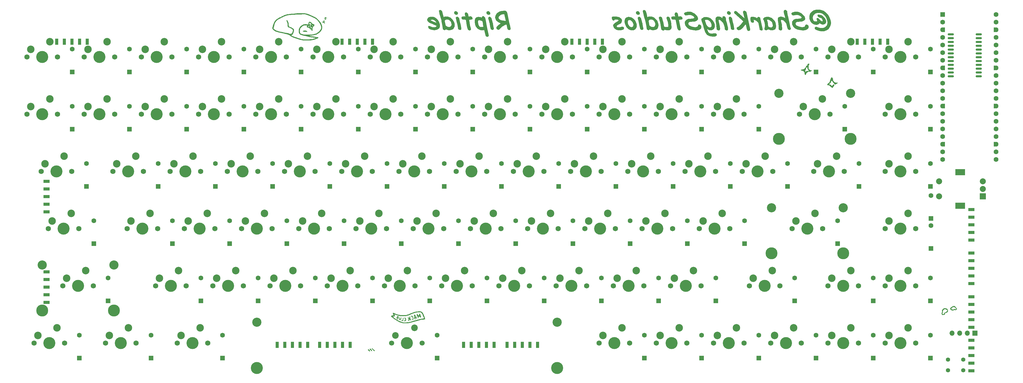
<source format=gbr>
%TF.GenerationSoftware,KiCad,Pcbnew,9.0.2*%
%TF.CreationDate,2025-08-09T18:23:33-04:00*%
%TF.ProjectId,Riptide,52697074-6964-4652-9e6b-696361645f70,rev?*%
%TF.SameCoordinates,Original*%
%TF.FileFunction,Soldermask,Bot*%
%TF.FilePolarity,Negative*%
%FSLAX46Y46*%
G04 Gerber Fmt 4.6, Leading zero omitted, Abs format (unit mm)*
G04 Created by KiCad (PCBNEW 9.0.2) date 2025-08-09 18:23:33*
%MOMM*%
%LPD*%
G01*
G04 APERTURE LIST*
G04 Aperture macros list*
%AMRoundRect*
0 Rectangle with rounded corners*
0 $1 Rounding radius*
0 $2 $3 $4 $5 $6 $7 $8 $9 X,Y pos of 4 corners*
0 Add a 4 corners polygon primitive as box body*
4,1,4,$2,$3,$4,$5,$6,$7,$8,$9,$2,$3,0*
0 Add four circle primitives for the rounded corners*
1,1,$1+$1,$2,$3*
1,1,$1+$1,$4,$5*
1,1,$1+$1,$6,$7*
1,1,$1+$1,$8,$9*
0 Add four rect primitives between the rounded corners*
20,1,$1+$1,$2,$3,$4,$5,0*
20,1,$1+$1,$4,$5,$6,$7,0*
20,1,$1+$1,$6,$7,$8,$9,0*
20,1,$1+$1,$8,$9,$2,$3,0*%
%AMFreePoly0*
4,1,37,0.603843,0.796157,0.639018,0.796157,0.711114,0.766294,0.766294,0.711114,0.796157,0.639018,0.796157,0.603843,0.800000,0.600000,0.800000,-0.600000,0.796157,-0.603843,0.796157,-0.639018,0.766294,-0.711114,0.711114,-0.766294,0.639018,-0.796157,0.603843,-0.796157,0.600000,-0.800000,0.000000,-0.800000,0.000000,-0.796148,-0.078414,-0.796148,-0.232228,-0.765552,-0.377117,-0.705537,
-0.507515,-0.618408,-0.618408,-0.507515,-0.705537,-0.377117,-0.765552,-0.232228,-0.796148,-0.078414,-0.796148,0.078414,-0.765552,0.232228,-0.705537,0.377117,-0.618408,0.507515,-0.507515,0.618408,-0.377117,0.705537,-0.232228,0.765552,-0.078414,0.796148,0.000000,0.796148,0.000000,0.800000,0.600000,0.800000,0.603843,0.796157,0.603843,0.796157,$1*%
%AMFreePoly1*
4,1,37,0.000000,0.796148,0.078414,0.796148,0.232228,0.765552,0.377117,0.705537,0.507515,0.618408,0.618408,0.507515,0.705537,0.377117,0.765552,0.232228,0.796148,0.078414,0.796148,-0.078414,0.765552,-0.232228,0.705537,-0.377117,0.618408,-0.507515,0.507515,-0.618408,0.377117,-0.705537,0.232228,-0.765552,0.078414,-0.796148,0.000000,-0.796148,0.000000,-0.800000,-0.600000,-0.800000,
-0.603843,-0.796157,-0.639018,-0.796157,-0.711114,-0.766294,-0.766294,-0.711114,-0.796157,-0.639018,-0.796157,-0.603843,-0.800000,-0.600000,-0.800000,0.600000,-0.796157,0.603843,-0.796157,0.639018,-0.766294,0.711114,-0.711114,0.766294,-0.639018,0.796157,-0.603843,0.796157,-0.600000,0.800000,0.000000,0.800000,0.000000,0.796148,0.000000,0.796148,$1*%
G04 Aperture macros list end*
%ADD10C,0.300000*%
%ADD11C,0.000000*%
%ADD12RoundRect,0.250000X0.550000X-0.550000X0.550000X0.550000X-0.550000X0.550000X-0.550000X-0.550000X0*%
%ADD13C,1.600000*%
%ADD14C,1.400000*%
%ADD15C,1.750000*%
%ADD16C,4.000000*%
%ADD17C,2.500000*%
%ADD18C,3.048000*%
%ADD19C,3.987800*%
%ADD20R,2.000000X2.000000*%
%ADD21C,2.000000*%
%ADD22R,3.200000X2.000000*%
%ADD23C,3.050000*%
%ADD24C,1.700000*%
%ADD25C,2.200000*%
%ADD26RoundRect,0.200000X-0.600000X-0.600000X0.600000X-0.600000X0.600000X0.600000X-0.600000X0.600000X0*%
%ADD27FreePoly0,0.000000*%
%ADD28FreePoly1,0.000000*%
%ADD29R,1.700000X1.700000*%
%ADD30O,1.700000X1.700000*%
%ADD31R,2.000000X1.020000*%
%ADD32R,1.020000X2.000000*%
%ADD33RoundRect,0.150000X0.875000X0.150000X-0.875000X0.150000X-0.875000X-0.150000X0.875000X-0.150000X0*%
G04 APERTURE END LIST*
D10*
G36*
X295932362Y-27385582D02*
G01*
X296201336Y-27350530D01*
X296458827Y-27244166D01*
X296695599Y-27075458D01*
X296932170Y-26831639D01*
X297156078Y-27002218D01*
X297437386Y-27159535D01*
X297749932Y-27281308D01*
X297974842Y-27315240D01*
X298294246Y-27271509D01*
X298580024Y-27141800D01*
X298842393Y-26918101D01*
X298998020Y-26707753D01*
X299089907Y-26493051D01*
X299124713Y-26268711D01*
X299102512Y-26027836D01*
X298989353Y-25658277D01*
X298804344Y-25301409D01*
X298540334Y-24952886D01*
X298186235Y-24610006D01*
X297778455Y-24314647D01*
X297382526Y-24115227D01*
X296993223Y-24000037D01*
X296604274Y-23962274D01*
X296382586Y-23993136D01*
X296259568Y-24069800D01*
X296201538Y-24188449D01*
X296207868Y-24371503D01*
X296281674Y-24549342D01*
X296429526Y-24703503D01*
X296673883Y-24837152D01*
X297421632Y-25136838D01*
X297666643Y-25337708D01*
X297843617Y-25598021D01*
X297955792Y-25930750D01*
X297953500Y-25989784D01*
X297917690Y-26076196D01*
X297842317Y-26160311D01*
X297745132Y-26189769D01*
X297567127Y-26165819D01*
X297387345Y-26079325D01*
X297198883Y-25916095D01*
X296777198Y-25392927D01*
X296594209Y-25226664D01*
X296427414Y-25138518D01*
X296269783Y-25111193D01*
X296091603Y-25142825D01*
X295987890Y-25226048D01*
X295938121Y-25367743D01*
X295954710Y-25602487D01*
X296029448Y-25835861D01*
X296104919Y-26073265D01*
X296104667Y-26161955D01*
X296066200Y-26219697D01*
X295982187Y-26256081D01*
X295698621Y-26260111D01*
X295392037Y-26233445D01*
X295169750Y-26162722D01*
X295010956Y-26056413D01*
X294897354Y-25914594D01*
X294794075Y-25697297D01*
X294705774Y-25379738D01*
X294663867Y-25027118D01*
X294688219Y-24715009D01*
X294773307Y-24434381D01*
X294919342Y-24177914D01*
X295132222Y-23940659D01*
X295430430Y-23720394D01*
X295776677Y-23559535D01*
X296180054Y-23458601D01*
X296652267Y-23422986D01*
X297075904Y-23455234D01*
X297469162Y-23549954D01*
X297837754Y-23706551D01*
X298186241Y-23927677D01*
X298517794Y-24219096D01*
X298840554Y-24598309D01*
X299105381Y-25025991D01*
X299313564Y-25507930D01*
X299463747Y-26051650D01*
X299519900Y-26461835D01*
X299513458Y-26829823D01*
X299450227Y-27163031D01*
X299332573Y-27467941D01*
X299159298Y-27749748D01*
X298928422Y-28002087D01*
X298658711Y-28198306D01*
X298344694Y-28341954D01*
X297978023Y-28432258D01*
X297548028Y-28464159D01*
X297283255Y-28436471D01*
X296825511Y-28328701D01*
X296092829Y-28097062D01*
X295791311Y-28018660D01*
X295643032Y-28039448D01*
X295524441Y-28098636D01*
X295428244Y-28197812D01*
X295344899Y-28387478D01*
X295348011Y-28603743D01*
X295423028Y-28771881D01*
X295594787Y-28943517D01*
X295905201Y-29123054D01*
X296412665Y-29307896D01*
X296940986Y-29444991D01*
X297387692Y-29519816D01*
X297764183Y-29542735D01*
X298355930Y-29499771D01*
X298871854Y-29377039D01*
X299324184Y-29180117D01*
X299722617Y-28909484D01*
X300073743Y-28560512D01*
X300321527Y-28217503D01*
X300504959Y-27851392D01*
X300627165Y-27457848D01*
X300688114Y-27031227D01*
X300684619Y-26564850D01*
X300610467Y-26051284D01*
X300447114Y-25440341D01*
X300223295Y-24877946D01*
X299939499Y-24358927D01*
X299594410Y-23879111D01*
X299184944Y-23435443D01*
X298767684Y-23080543D01*
X298336743Y-22796716D01*
X297889832Y-22578762D01*
X297423803Y-22423401D01*
X296934754Y-22329380D01*
X296418161Y-22297515D01*
X295851131Y-22334141D01*
X295351806Y-22438958D01*
X294910275Y-22606875D01*
X294518318Y-22836289D01*
X294169783Y-23129162D01*
X293905702Y-23437453D01*
X293710059Y-23765898D01*
X293577644Y-24118415D01*
X293506966Y-24500576D01*
X293500350Y-24919262D01*
X293563817Y-25382302D01*
X293692797Y-25843443D01*
X293868395Y-26234079D01*
X294088062Y-26564035D01*
X294352233Y-26840799D01*
X294675219Y-27074743D01*
X295040602Y-27243911D01*
X295456253Y-27348903D01*
X295932362Y-27385582D01*
G37*
G36*
X291444766Y-29237920D02*
G01*
X291960860Y-29203147D01*
X292371351Y-29107944D01*
X292696161Y-28962254D01*
X292951256Y-28770439D01*
X293129818Y-28561178D01*
X293235796Y-28346086D01*
X293278312Y-28119281D01*
X293257903Y-27872480D01*
X293169269Y-27632721D01*
X293015369Y-27440170D01*
X292808824Y-27311888D01*
X292558879Y-27268346D01*
X292393473Y-27292819D01*
X292268675Y-27361347D01*
X292174219Y-27475847D01*
X292108618Y-27649731D01*
X292038443Y-27823154D01*
X291922071Y-27958980D01*
X291751937Y-28062910D01*
X291512091Y-28132857D01*
X291180251Y-28159344D01*
X290726056Y-28126603D01*
X290261407Y-28026542D01*
X289781838Y-27854528D01*
X289409033Y-27666532D01*
X289171479Y-27490691D01*
X289033507Y-27325857D01*
X288969242Y-27167229D01*
X288947463Y-26915058D01*
X288990157Y-26730490D01*
X289087391Y-26593002D01*
X289246214Y-26492020D01*
X289440037Y-26435037D01*
X289801171Y-26385099D01*
X290407955Y-26353900D01*
X290862570Y-26314502D01*
X291255454Y-26224057D01*
X291595708Y-26087187D01*
X291845745Y-25927665D01*
X292011354Y-25754554D01*
X292109297Y-25565825D01*
X292147145Y-25354717D01*
X292122173Y-25110826D01*
X291995252Y-24742384D01*
X291774508Y-24378499D01*
X291444602Y-24013465D01*
X290983513Y-23644270D01*
X290483363Y-23343317D01*
X289994991Y-23137253D01*
X289513328Y-23017055D01*
X289032623Y-22977487D01*
X288626115Y-23018897D01*
X288100959Y-23160669D01*
X287758477Y-23306958D01*
X287576601Y-23440648D01*
X287498556Y-23563592D01*
X287492062Y-23686036D01*
X287568068Y-23882679D01*
X287714445Y-24060460D01*
X287928135Y-24198628D01*
X288165073Y-24243642D01*
X288373293Y-24226444D01*
X288711688Y-24161577D01*
X289050247Y-24096797D01*
X289261601Y-24079511D01*
X289601604Y-24108755D01*
X289945601Y-24192505D01*
X290297313Y-24334501D01*
X290632030Y-24532504D01*
X290815044Y-24715514D01*
X290893387Y-24889176D01*
X290886286Y-25031574D01*
X290800331Y-25146364D01*
X290650950Y-25226617D01*
X290391102Y-25288147D01*
X289380669Y-25345666D01*
X288941276Y-25410371D01*
X288587534Y-25520878D01*
X288304435Y-25670915D01*
X288080076Y-25858210D01*
X287893178Y-26116550D01*
X287780617Y-26420082D01*
X287743641Y-26782057D01*
X287793946Y-27219986D01*
X287918642Y-27608829D01*
X288122337Y-27958732D01*
X288411673Y-28276560D01*
X288799893Y-28565236D01*
X289305931Y-28823562D01*
X289802517Y-29002990D01*
X290322434Y-29132338D01*
X290868730Y-29211147D01*
X291444766Y-29237920D01*
G37*
G36*
X285479989Y-25228063D02*
G01*
X285115840Y-24966105D01*
X284760816Y-24787693D01*
X284390244Y-24678324D01*
X284014898Y-24642247D01*
X283671312Y-24672368D01*
X283419667Y-24752668D01*
X283237785Y-24873993D01*
X283110711Y-25036088D01*
X283034692Y-25241046D01*
X283001099Y-25533420D01*
X283026448Y-25942840D01*
X283193143Y-26956570D01*
X283279972Y-27760739D01*
X283307252Y-28202448D01*
X283309281Y-28556849D01*
X283320638Y-28708524D01*
X283405726Y-28916589D01*
X283570132Y-29088077D01*
X283780952Y-29201339D01*
X284000244Y-29237920D01*
X284185206Y-29210408D01*
X284312181Y-29135960D01*
X284396922Y-29013996D01*
X284440614Y-28827958D01*
X284449987Y-28462346D01*
X284422295Y-27892997D01*
X284363544Y-27341096D01*
X284296632Y-26941549D01*
X284222627Y-26631971D01*
X284148255Y-26322393D01*
X284082676Y-25969951D01*
X284099076Y-25835906D01*
X284152144Y-25767882D01*
X284244609Y-25744270D01*
X284526480Y-25786094D01*
X284820576Y-25918568D01*
X285136706Y-26161559D01*
X285383365Y-26423221D01*
X285807152Y-26955104D01*
X286042211Y-27972367D01*
X286206781Y-28505486D01*
X286317864Y-28738565D01*
X286488162Y-28930665D01*
X286674353Y-29038107D01*
X286884630Y-29073789D01*
X287090358Y-29034713D01*
X287251727Y-28920282D01*
X287325263Y-28810919D01*
X287357275Y-28687111D01*
X287347348Y-28541461D01*
X287257955Y-28324207D01*
X287198150Y-28130649D01*
X286979884Y-27218520D01*
X286402494Y-24478848D01*
X286366224Y-24343660D01*
X286207955Y-23696660D01*
X286168387Y-23321870D01*
X286128087Y-22947079D01*
X286043484Y-22735442D01*
X285884455Y-22564228D01*
X285678038Y-22451590D01*
X285456175Y-22414752D01*
X285277136Y-22442805D01*
X285150501Y-22520041D01*
X285062578Y-22649167D01*
X285013607Y-22848893D01*
X285017492Y-23124555D01*
X285093841Y-23602138D01*
X285290579Y-24433419D01*
X285479989Y-25228063D01*
G37*
G36*
X279955674Y-24732060D02*
G01*
X280421308Y-24860706D01*
X280877182Y-25078885D01*
X281328715Y-25395491D01*
X281726572Y-25776046D01*
X282031731Y-26183151D01*
X282253132Y-26620451D01*
X282395202Y-27093956D01*
X282471682Y-27642267D01*
X282460949Y-28074451D01*
X282381128Y-28414729D01*
X282242428Y-28683244D01*
X282035979Y-28902435D01*
X281757509Y-29066790D01*
X281388636Y-29174583D01*
X280903733Y-29214473D01*
X280696796Y-29194162D01*
X280407676Y-29122149D01*
X279700959Y-28849940D01*
X279466834Y-29080657D01*
X279304708Y-29186519D01*
X279191713Y-29214473D01*
X278987385Y-29179816D01*
X278787247Y-29071591D01*
X278630799Y-28908840D01*
X278550209Y-28712920D01*
X278623482Y-28313583D01*
X278719836Y-27889333D01*
X278713201Y-27496520D01*
X278594905Y-26768258D01*
X278453122Y-26191601D01*
X278305844Y-25781639D01*
X278282493Y-25751964D01*
X279393946Y-25751964D01*
X279527302Y-26132250D01*
X279607903Y-26434134D01*
X279696543Y-26981961D01*
X279791817Y-27897027D01*
X280028037Y-28042834D01*
X280262595Y-28145422D01*
X280505366Y-28208739D01*
X280750959Y-28229685D01*
X280990610Y-28195460D01*
X281157346Y-28102820D01*
X281270830Y-27952348D01*
X281328993Y-27762077D01*
X281341535Y-27494916D01*
X281290980Y-27124364D01*
X281171813Y-26762151D01*
X280968644Y-26426595D01*
X280671458Y-26111734D01*
X280319715Y-25861001D01*
X279974486Y-25719773D01*
X279626587Y-25673928D01*
X279524005Y-25692613D01*
X279393946Y-25751964D01*
X278282493Y-25751964D01*
X278211343Y-25661545D01*
X278160031Y-25524818D01*
X278159196Y-25369324D01*
X278224738Y-25220520D01*
X278372823Y-25068470D01*
X278637404Y-24909326D01*
X278947496Y-24782067D01*
X279224240Y-24711357D01*
X279473447Y-24689141D01*
X279955674Y-24732060D01*
G37*
G36*
X273964427Y-26031133D02*
G01*
X274080028Y-26323855D01*
X274231108Y-26511982D01*
X274417760Y-26620931D01*
X274652093Y-26658715D01*
X274874039Y-26622635D01*
X275000910Y-26529819D01*
X275061586Y-26377266D01*
X275047034Y-26130785D01*
X274982187Y-25720823D01*
X275426952Y-25835836D01*
X275817653Y-26028882D01*
X276163383Y-26302384D01*
X276469260Y-26665310D01*
X276892777Y-28721713D01*
X276976109Y-28934279D01*
X277129815Y-29107861D01*
X277331169Y-29223070D01*
X277558461Y-29261367D01*
X277715175Y-29241044D01*
X277828244Y-29185803D01*
X277909071Y-29097236D01*
X277969193Y-28936061D01*
X277958531Y-28719881D01*
X277399825Y-26032599D01*
X277312997Y-25653046D01*
X277226168Y-25273492D01*
X277148197Y-25061873D01*
X277012212Y-24889909D01*
X276828062Y-24775443D01*
X276597487Y-24736036D01*
X276397790Y-24767372D01*
X276268896Y-24850908D01*
X276190870Y-24988422D01*
X276165544Y-25203150D01*
X275740128Y-24962267D01*
X275319747Y-24795877D01*
X274900530Y-24698072D01*
X274478070Y-24665694D01*
X274239514Y-24695967D01*
X274070115Y-24777551D01*
X273951229Y-24907433D01*
X273876554Y-25097065D01*
X273853822Y-25369607D01*
X273903244Y-25756360D01*
X273964427Y-26031133D01*
G37*
G36*
X272350593Y-27157704D02*
G01*
X272713293Y-28884012D01*
X272773397Y-29055628D01*
X272882554Y-29216304D01*
X273016428Y-29333742D01*
X273165317Y-29402234D01*
X273335013Y-29425498D01*
X273529828Y-29394667D01*
X273672993Y-29308510D01*
X273777581Y-29163182D01*
X273838611Y-28952233D01*
X273826674Y-28724277D01*
X273201657Y-25989002D01*
X272577006Y-23253726D01*
X272493675Y-23042471D01*
X272334839Y-22860251D01*
X272127266Y-22736557D01*
X271899965Y-22696120D01*
X271747621Y-22715691D01*
X271628682Y-22770505D01*
X271535066Y-22860251D01*
X271454593Y-23037078D01*
X271458862Y-23253726D01*
X271701762Y-24250237D01*
X271960781Y-25246748D01*
X271415083Y-24774737D01*
X269407222Y-22971259D01*
X269247109Y-22853279D01*
X269092758Y-22787587D01*
X268939741Y-22766461D01*
X268732550Y-22808246D01*
X268574842Y-22930593D01*
X268505146Y-23045997D01*
X268475607Y-23176034D01*
X268487281Y-23327732D01*
X268574708Y-23492855D01*
X268909282Y-23877807D01*
X269715701Y-24646643D01*
X270597699Y-25419967D01*
X271524075Y-26190136D01*
X270822121Y-27038635D01*
X270411937Y-27497747D01*
X270066311Y-27838042D01*
X269881959Y-27971775D01*
X269673569Y-28068852D01*
X269497223Y-28159756D01*
X269393158Y-28274995D01*
X269345619Y-28419106D01*
X269356297Y-28606308D01*
X269417231Y-28775429D01*
X269535083Y-28946294D01*
X269676050Y-29071720D01*
X269827145Y-29143569D01*
X269993771Y-29167578D01*
X270255726Y-29130047D01*
X270555727Y-29006646D01*
X270906672Y-28773368D01*
X271321109Y-28397480D01*
X271610465Y-28068523D01*
X272350593Y-27157704D01*
G37*
G36*
X266837177Y-24056064D02*
G01*
X267000002Y-24035458D01*
X267133750Y-23976655D01*
X267245307Y-23879110D01*
X267323012Y-23753814D01*
X267356222Y-23612217D01*
X267343859Y-23446434D01*
X267249344Y-23213262D01*
X267065422Y-23014124D01*
X266828917Y-22879890D01*
X266583653Y-22836803D01*
X266420686Y-22857504D01*
X266287616Y-22916456D01*
X266177355Y-23014124D01*
X266100935Y-23139031D01*
X266068392Y-23280517D01*
X266081001Y-23446434D01*
X266175072Y-23679842D01*
X266357240Y-23879110D01*
X266591922Y-24012975D01*
X266837177Y-24056064D01*
G37*
G36*
X267120376Y-27056587D02*
G01*
X267261793Y-27805069D01*
X267403210Y-28553551D01*
X267487332Y-28769624D01*
X267640980Y-28944096D01*
X267842565Y-29059046D01*
X268069626Y-29097236D01*
X268286089Y-29056905D01*
X268434891Y-28944096D01*
X268514905Y-28774960D01*
X268509996Y-28553551D01*
X268368579Y-27805069D01*
X268226796Y-27056587D01*
X267997086Y-26145073D01*
X267767376Y-25232826D01*
X267683239Y-25016821D01*
X267529605Y-24842648D01*
X267327995Y-24727413D01*
X267100959Y-24689141D01*
X266884530Y-24729554D01*
X266735694Y-24842648D01*
X266655689Y-25011475D01*
X266660589Y-25232826D01*
X266890300Y-26145073D01*
X267120376Y-27056587D01*
G37*
G36*
X263323743Y-29261367D02*
G01*
X263545678Y-29227218D01*
X263681609Y-29138093D01*
X263757158Y-28993420D01*
X263769975Y-28767142D01*
X263706228Y-27921207D01*
X263660090Y-27479116D01*
X263590823Y-27075272D01*
X263501430Y-26711838D01*
X263411304Y-26348039D01*
X263373203Y-26202958D01*
X263325575Y-26013182D01*
X263308050Y-25796949D01*
X263347720Y-25702862D01*
X263427791Y-25673928D01*
X263658313Y-25715211D01*
X263925587Y-25853796D01*
X264244783Y-26124190D01*
X264523328Y-26439620D01*
X264787701Y-26817254D01*
X265037229Y-27264682D01*
X265150069Y-27632878D01*
X265250453Y-28001441D01*
X265298080Y-28355348D01*
X265345341Y-28708890D01*
X265430015Y-28926589D01*
X265586043Y-29104197D01*
X265790365Y-29222368D01*
X266017620Y-29261367D01*
X266233644Y-29220277D01*
X266382152Y-29104930D01*
X266461654Y-28933592D01*
X266456524Y-28711088D01*
X266407431Y-28359012D01*
X266358339Y-28006936D01*
X266070743Y-26894288D01*
X265783147Y-25781273D01*
X265719766Y-25407948D01*
X265657117Y-25039385D01*
X265572600Y-24826833D01*
X265414584Y-24653604D01*
X265208976Y-24539191D01*
X264984106Y-24501563D01*
X264796969Y-24528306D01*
X264670263Y-24599958D01*
X264587085Y-24715930D01*
X264545220Y-24891330D01*
X264558025Y-25152958D01*
X264563886Y-25198021D01*
X264184936Y-24916763D01*
X263836205Y-24732064D01*
X263511388Y-24628451D01*
X263203576Y-24595352D01*
X262906798Y-24624942D01*
X262680060Y-24705756D01*
X262507168Y-24832019D01*
X262378260Y-25006685D01*
X262291329Y-25240886D01*
X262255369Y-25532412D01*
X262273292Y-25951090D01*
X262367899Y-26535983D01*
X262428349Y-26826144D01*
X262487334Y-27091758D01*
X262539325Y-27433652D01*
X262572330Y-27913147D01*
X262604806Y-28391808D01*
X262655861Y-28730139D01*
X262738920Y-28938566D01*
X262895464Y-29110059D01*
X263099178Y-29223836D01*
X263323743Y-29261367D01*
G37*
G36*
X259420822Y-24812810D02*
G01*
X259850475Y-24899977D01*
X260248506Y-25042421D01*
X260619481Y-25240436D01*
X260966922Y-25496608D01*
X261333031Y-25865093D01*
X261626726Y-26284040D01*
X261851643Y-26759603D01*
X262007397Y-27300586D01*
X262059276Y-27718996D01*
X262035615Y-28077129D01*
X261945394Y-28387478D01*
X261790875Y-28660163D01*
X261576875Y-28887573D01*
X261315175Y-29051336D01*
X260995906Y-29154251D01*
X260604221Y-29191025D01*
X260305488Y-29164245D01*
X260020969Y-29084413D01*
X259752683Y-28952967D01*
X259493405Y-28764577D01*
X259666963Y-29289644D01*
X259856666Y-29670421D01*
X260057606Y-29937309D01*
X260250858Y-30101110D01*
X260471518Y-30218491D01*
X260724947Y-30291095D01*
X261018579Y-30316496D01*
X261285808Y-30299983D01*
X261601831Y-30246154D01*
X261907527Y-30190797D01*
X262104117Y-30175812D01*
X262319229Y-30210777D01*
X262501622Y-30313932D01*
X262639308Y-30472359D01*
X262717044Y-30675533D01*
X262720147Y-30839500D01*
X262659023Y-30974794D01*
X262524176Y-31093344D01*
X262284218Y-31195575D01*
X261891874Y-31271031D01*
X261287857Y-31301284D01*
X260748679Y-31265036D01*
X260287517Y-31162537D01*
X259892036Y-31000214D01*
X259552190Y-30780315D01*
X259260764Y-30500778D01*
X259039163Y-30195893D01*
X258824208Y-29788497D01*
X258618813Y-29256765D01*
X258427651Y-28575900D01*
X258141963Y-27522909D01*
X257804099Y-26539647D01*
X257641983Y-26079000D01*
X257589938Y-25884954D01*
X258698394Y-25884954D01*
X259129239Y-27110443D01*
X259230760Y-27338020D01*
X259395864Y-27579994D01*
X259637752Y-27840240D01*
X259930814Y-28074083D01*
X260173717Y-28194041D01*
X260380373Y-28229685D01*
X260606520Y-28198983D01*
X260763662Y-28116364D01*
X260870568Y-27983855D01*
X260927417Y-27814272D01*
X260941899Y-27577507D01*
X260898412Y-27250027D01*
X260771384Y-26827649D01*
X260584493Y-26473085D01*
X260338241Y-26175847D01*
X260088867Y-25976270D01*
X259817760Y-25835537D01*
X259520203Y-25750149D01*
X259189689Y-25720823D01*
X258941294Y-25761856D01*
X258698394Y-25884954D01*
X257589938Y-25884954D01*
X257561933Y-25780540D01*
X257544443Y-25516665D01*
X257603825Y-25343019D01*
X257729618Y-25228270D01*
X257943318Y-25164682D01*
X258099041Y-24999103D01*
X258324337Y-24877452D01*
X258594420Y-24808680D01*
X258954117Y-24782930D01*
X259420822Y-24812810D01*
G37*
G36*
X255746231Y-29237920D02*
G01*
X256262326Y-29203147D01*
X256672817Y-29107944D01*
X256997626Y-28962254D01*
X257252721Y-28770439D01*
X257431284Y-28561178D01*
X257537261Y-28346086D01*
X257579777Y-28119281D01*
X257559368Y-27872480D01*
X257470734Y-27632721D01*
X257316835Y-27440170D01*
X257110290Y-27311888D01*
X256860345Y-27268346D01*
X256694938Y-27292819D01*
X256570141Y-27361347D01*
X256475684Y-27475847D01*
X256410083Y-27649731D01*
X256339908Y-27823154D01*
X256223537Y-27958980D01*
X256053402Y-28062910D01*
X255813556Y-28132857D01*
X255481716Y-28159344D01*
X255027522Y-28126603D01*
X254562872Y-28026542D01*
X254083304Y-27854528D01*
X253710498Y-27666532D01*
X253472945Y-27490691D01*
X253334972Y-27325857D01*
X253270708Y-27167229D01*
X253248929Y-26915058D01*
X253291622Y-26730490D01*
X253388856Y-26593002D01*
X253547679Y-26492020D01*
X253741502Y-26435037D01*
X254102636Y-26385099D01*
X254709420Y-26353900D01*
X255164036Y-26314502D01*
X255556920Y-26224057D01*
X255897173Y-26087187D01*
X256147210Y-25927665D01*
X256312820Y-25754554D01*
X256410763Y-25565825D01*
X256448610Y-25354717D01*
X256423639Y-25110826D01*
X256296718Y-24742384D01*
X256075973Y-24378499D01*
X255746067Y-24013465D01*
X255284979Y-23644270D01*
X254784829Y-23343317D01*
X254296457Y-23137253D01*
X253814794Y-23017055D01*
X253334089Y-22977487D01*
X252927580Y-23018897D01*
X252402424Y-23160669D01*
X252059943Y-23306958D01*
X251878066Y-23440648D01*
X251800021Y-23563592D01*
X251793527Y-23686036D01*
X251869534Y-23882679D01*
X252015910Y-24060460D01*
X252229601Y-24198628D01*
X252466538Y-24243642D01*
X252674758Y-24226444D01*
X253013154Y-24161577D01*
X253351713Y-24096797D01*
X253563066Y-24079511D01*
X253903069Y-24108755D01*
X254247066Y-24192505D01*
X254598778Y-24334501D01*
X254933495Y-24532504D01*
X255116510Y-24715514D01*
X255194853Y-24889176D01*
X255187751Y-25031574D01*
X255101796Y-25146364D01*
X254952415Y-25226617D01*
X254692568Y-25288147D01*
X253682135Y-25345666D01*
X253242742Y-25410371D01*
X252888999Y-25520878D01*
X252605901Y-25670915D01*
X252381542Y-25858210D01*
X252194643Y-26116550D01*
X252082082Y-26420082D01*
X252045106Y-26782057D01*
X252095411Y-27219986D01*
X252220108Y-27608829D01*
X252423803Y-27958732D01*
X252713138Y-28276560D01*
X253101359Y-28565236D01*
X253607397Y-28823562D01*
X254103982Y-29002990D01*
X254623900Y-29132338D01*
X255170196Y-29211147D01*
X255746231Y-29237920D01*
G37*
G36*
X248235397Y-25676859D02*
G01*
X248432501Y-25670997D01*
X248629239Y-25664769D01*
X249016852Y-25697376D01*
X249394574Y-27861123D01*
X249431943Y-28059692D01*
X249476639Y-28295265D01*
X249588355Y-28681981D01*
X249724419Y-28943283D01*
X249878835Y-29110657D01*
X250052642Y-29205832D01*
X250254064Y-29237920D01*
X250455275Y-29201838D01*
X250605774Y-29098702D01*
X250681539Y-28992752D01*
X250714888Y-28872326D01*
X250705792Y-28729773D01*
X250601744Y-28287205D01*
X250497697Y-27844270D01*
X250128768Y-25720823D01*
X250865893Y-25653046D01*
X251084549Y-25594414D01*
X251210500Y-25491776D01*
X251269912Y-25342433D01*
X251258635Y-25121817D01*
X251176923Y-24910560D01*
X251025261Y-24732006D01*
X250825577Y-24611752D01*
X250599180Y-24571905D01*
X249927267Y-24618799D01*
X249858025Y-24188321D01*
X249790614Y-23786420D01*
X249707201Y-23579978D01*
X249547714Y-23409064D01*
X249341248Y-23295856D01*
X249119434Y-23258855D01*
X248927115Y-23293999D01*
X248796350Y-23391740D01*
X248712052Y-23562563D01*
X248682882Y-23841832D01*
X248738782Y-24281744D01*
X248816817Y-24618799D01*
X248402093Y-24571905D01*
X247979481Y-24591482D01*
X247785502Y-24633454D01*
X247661779Y-24706387D01*
X247586348Y-24807307D01*
X247552828Y-24943983D01*
X247568614Y-25132442D01*
X247651738Y-25345729D01*
X247806018Y-25521521D01*
X248008116Y-25638174D01*
X248235397Y-25676859D01*
G37*
G36*
X243789567Y-26605226D02*
G01*
X243956995Y-27428080D01*
X244124057Y-28250568D01*
X244162892Y-28505191D01*
X244201360Y-28759448D01*
X244284480Y-28966650D01*
X244442062Y-29136071D01*
X244647086Y-29247928D01*
X244871807Y-29284815D01*
X245073105Y-29250668D01*
X245209411Y-29157055D01*
X245297522Y-28998318D01*
X245670096Y-29106346D01*
X246036929Y-29170011D01*
X246400279Y-29191025D01*
X246772688Y-29160704D01*
X247069903Y-29077097D01*
X247307030Y-28947027D01*
X247469724Y-28792331D01*
X247581317Y-28609227D01*
X247645258Y-28391387D01*
X247658374Y-28128935D01*
X247572257Y-27139529D01*
X247436723Y-26310303D01*
X247296067Y-25767636D01*
X247064863Y-25102034D01*
X246954325Y-24894263D01*
X246814720Y-24755020D01*
X246642814Y-24671596D01*
X246428122Y-24642247D01*
X246216939Y-24680836D01*
X246062491Y-24790624D01*
X245994575Y-24896157D01*
X245965289Y-25018872D01*
X245976395Y-25166514D01*
X246150785Y-25727418D01*
X246329570Y-26308105D01*
X246499930Y-27310111D01*
X246534784Y-27721282D01*
X246533269Y-28019026D01*
X246353018Y-28088269D01*
X246175697Y-28112449D01*
X245719001Y-28081942D01*
X245170027Y-27981657D01*
X245025314Y-27265415D01*
X244890491Y-26577749D01*
X244701954Y-25769523D01*
X244513136Y-25129145D01*
X244407401Y-24909089D01*
X244268041Y-24761985D01*
X244091781Y-24673578D01*
X243866503Y-24642247D01*
X243651165Y-24681485D01*
X243493178Y-24793189D01*
X243424453Y-24900202D01*
X243397934Y-25023501D01*
X243415509Y-25171643D01*
X243789567Y-26605226D01*
G37*
G36*
X238696974Y-22468452D02*
G01*
X238864728Y-22555018D01*
X239001770Y-22701342D01*
X239110362Y-22922899D01*
X239304210Y-23567323D01*
X239636828Y-24857669D01*
X239797132Y-24745063D01*
X240004658Y-24660931D01*
X240238376Y-24612860D01*
X240528192Y-24595352D01*
X241006084Y-24638012D01*
X241449211Y-24763773D01*
X241865570Y-24973630D01*
X242261095Y-25274225D01*
X242599317Y-25634495D01*
X242874497Y-26046820D01*
X243088745Y-26517674D01*
X243240753Y-27055854D01*
X243295555Y-27521314D01*
X243260983Y-27921555D01*
X243146507Y-28271001D01*
X242952791Y-28581029D01*
X242696573Y-28832786D01*
X242390391Y-29013985D01*
X242024111Y-29127340D01*
X241582955Y-29167578D01*
X241271843Y-29154704D01*
X240966730Y-29116287D01*
X240667288Y-29037537D01*
X240356001Y-28896835D01*
X240273121Y-29048223D01*
X240149261Y-29136029D01*
X239970952Y-29167578D01*
X239767149Y-29131916D01*
X239567951Y-29020300D01*
X239412372Y-28852335D01*
X239329448Y-28645509D01*
X239316625Y-28525341D01*
X239251530Y-27911848D01*
X239000087Y-26561263D01*
X238901061Y-26141409D01*
X239983408Y-26141409D01*
X240296650Y-27647533D01*
X240455286Y-27775027D01*
X240879535Y-28038443D01*
X241072950Y-28091495D01*
X241363869Y-28112449D01*
X241632045Y-28076154D01*
X241854988Y-27971583D01*
X242043841Y-27795544D01*
X242173926Y-27572972D01*
X242228697Y-27323487D01*
X242206140Y-27034239D01*
X242074473Y-26579982D01*
X241900717Y-26235397D01*
X241689933Y-25979110D01*
X241424439Y-25786714D01*
X241108012Y-25668633D01*
X240726395Y-25627034D01*
X240452403Y-25661086D01*
X240247923Y-25754528D01*
X240091852Y-25910481D01*
X239983408Y-26141409D01*
X238901061Y-26141409D01*
X238841328Y-25888153D01*
X238538101Y-24771207D01*
X238234583Y-23654252D01*
X238075750Y-22981151D01*
X238069051Y-22766159D01*
X238140230Y-22595736D01*
X238225781Y-22510143D01*
X238338774Y-22457311D01*
X238488276Y-22438199D01*
X238696974Y-22468452D01*
G37*
G36*
X236560833Y-24056064D02*
G01*
X236723659Y-24035458D01*
X236857407Y-23976655D01*
X236968963Y-23879110D01*
X237046669Y-23753814D01*
X237079879Y-23612217D01*
X237067515Y-23446434D01*
X236973001Y-23213262D01*
X236789078Y-23014124D01*
X236552574Y-22879890D01*
X236307309Y-22836803D01*
X236144343Y-22857504D01*
X236011273Y-22916456D01*
X235901011Y-23014124D01*
X235824592Y-23139031D01*
X235792049Y-23280517D01*
X235804658Y-23446434D01*
X235898729Y-23679842D01*
X236080896Y-23879110D01*
X236315579Y-24012975D01*
X236560833Y-24056064D01*
G37*
G36*
X236844033Y-27056587D02*
G01*
X236985450Y-27805069D01*
X237126866Y-28553551D01*
X237210988Y-28769624D01*
X237364637Y-28944096D01*
X237566221Y-29059046D01*
X237793283Y-29097236D01*
X238009746Y-29056905D01*
X238158548Y-28944096D01*
X238238561Y-28774960D01*
X238233653Y-28553551D01*
X238092236Y-27805069D01*
X237950453Y-27056587D01*
X237720743Y-26145073D01*
X237491032Y-25232826D01*
X237406896Y-25016821D01*
X237253262Y-24842648D01*
X237051651Y-24727413D01*
X236824616Y-24689141D01*
X236608186Y-24729554D01*
X236459351Y-24842648D01*
X236379345Y-25011475D01*
X236384246Y-25232826D01*
X236613956Y-26145073D01*
X236844033Y-27056587D01*
G37*
G36*
X233744997Y-24769570D02*
G01*
X234138321Y-24868172D01*
X234507416Y-25031567D01*
X234857005Y-25263091D01*
X235190265Y-25569515D01*
X235493086Y-25940978D01*
X235728053Y-26330941D01*
X235899729Y-26742454D01*
X236010188Y-27179685D01*
X236055038Y-27657633D01*
X236014535Y-28059610D01*
X235899368Y-28401465D01*
X235711967Y-28695701D01*
X235481173Y-28921272D01*
X235214983Y-29081337D01*
X234906357Y-29179936D01*
X234544731Y-29214473D01*
X234180796Y-29184953D01*
X233838138Y-29097603D01*
X233511827Y-28951809D01*
X233197962Y-28743776D01*
X232893893Y-28466723D01*
X232604032Y-28115751D01*
X232369469Y-27731789D01*
X232188128Y-27311039D01*
X232060048Y-26848492D01*
X231998134Y-26405255D01*
X231999383Y-26301388D01*
X233101298Y-26301388D01*
X233104045Y-26638509D01*
X233194312Y-27132424D01*
X233302755Y-27436752D01*
X233459417Y-27688302D01*
X233665457Y-27895195D01*
X233879455Y-28031347D01*
X234096315Y-28109930D01*
X234320882Y-28135896D01*
X234503355Y-28111923D01*
X234654716Y-28043066D01*
X234782501Y-27927801D01*
X234887813Y-27741939D01*
X234930865Y-27499135D01*
X234899005Y-27177121D01*
X234802272Y-26842985D01*
X234659613Y-26542627D01*
X234470359Y-26271468D01*
X234262599Y-26061338D01*
X234050552Y-25920978D01*
X233830752Y-25840229D01*
X233597679Y-25814612D01*
X233398532Y-25846774D01*
X233256861Y-25933289D01*
X233157609Y-26077725D01*
X233101298Y-26301388D01*
X231999383Y-26301388D01*
X232002755Y-26020963D01*
X232065532Y-25685473D01*
X232182048Y-25389996D01*
X232336712Y-25153219D01*
X232522978Y-24973972D01*
X232743994Y-24845057D01*
X233006764Y-24764552D01*
X233321441Y-24736036D01*
X233744997Y-24769570D01*
G37*
G36*
X228282833Y-25955296D02*
G01*
X228470596Y-25931210D01*
X228590171Y-25868885D01*
X228662251Y-25772398D01*
X228692428Y-25631064D01*
X229015195Y-25603586D01*
X229546384Y-25632105D01*
X229840455Y-25698563D01*
X229984021Y-25781681D01*
X230038084Y-25874696D01*
X230018493Y-25964103D01*
X229888926Y-26097856D01*
X229546789Y-26305907D01*
X228896335Y-26671681D01*
X228592777Y-26888792D01*
X228375834Y-27123417D01*
X228247911Y-27358478D01*
X228194933Y-27600509D01*
X228213590Y-27858925D01*
X228320816Y-28185948D01*
X228495710Y-28468456D01*
X228743490Y-28713839D01*
X229076378Y-28924678D01*
X229470906Y-29082624D01*
X229911788Y-29180472D01*
X230407379Y-29214473D01*
X230759794Y-29194717D01*
X231071217Y-29138238D01*
X231347103Y-29048143D01*
X231602500Y-28907155D01*
X231749406Y-28752234D01*
X231815812Y-28580020D01*
X231809089Y-28377697D01*
X231742270Y-28199866D01*
X231632584Y-28077626D01*
X231473812Y-28000491D01*
X231247819Y-27971765D01*
X231048931Y-27996459D01*
X230738939Y-28089002D01*
X230428439Y-28181400D01*
X230226029Y-28206238D01*
X229798479Y-28174917D01*
X229542920Y-28098874D01*
X229402116Y-27996209D01*
X229338328Y-27869549D01*
X229356297Y-27751282D01*
X229484457Y-27603605D01*
X229807274Y-27405732D01*
X230482421Y-27047128D01*
X230753593Y-26867543D01*
X230961078Y-26646355D01*
X231084847Y-26412912D01*
X231135549Y-26160121D01*
X231112630Y-25877260D01*
X231014868Y-25569624D01*
X230862340Y-25310146D01*
X230652934Y-25091015D01*
X230378879Y-24908612D01*
X230027459Y-24763879D01*
X229663687Y-24678204D01*
X229156453Y-24618224D01*
X228469312Y-24595352D01*
X228099834Y-24626851D01*
X227897784Y-24700865D01*
X227780559Y-24814592D01*
X227725690Y-24980238D01*
X227742079Y-25224399D01*
X227852088Y-25591344D01*
X227980714Y-25807052D01*
X228122149Y-25919390D01*
X228282833Y-25955296D01*
G37*
G36*
X192299580Y-22687526D02*
G01*
X192502474Y-22768810D01*
X192691625Y-22922899D01*
X192858021Y-23155341D01*
X192948813Y-23407233D01*
X193644905Y-26719532D01*
X193844574Y-27640938D01*
X194044242Y-28562344D01*
X194048400Y-28782429D01*
X193966573Y-28958750D01*
X193871604Y-29047288D01*
X193751846Y-29101394D01*
X193599476Y-29120683D01*
X193371455Y-29080838D01*
X193164602Y-28959483D01*
X193006176Y-28778605D01*
X192922069Y-28564909D01*
X192691625Y-27244898D01*
X192164917Y-27452018D01*
X191670748Y-27714408D01*
X191206015Y-28033583D01*
X190768399Y-28412416D01*
X190356420Y-28855069D01*
X190193179Y-28984341D01*
X189995551Y-29026894D01*
X189773905Y-28986830D01*
X189560310Y-28861664D01*
X189394384Y-28677379D01*
X189309717Y-28467090D01*
X189305241Y-28275129D01*
X189374563Y-28103656D01*
X189678416Y-27714932D01*
X190116290Y-27304755D01*
X190717655Y-26869741D01*
X190212364Y-26654015D01*
X189810454Y-26420830D01*
X189496196Y-26172550D01*
X189232251Y-25876814D01*
X189049121Y-25560942D01*
X188939323Y-25219637D01*
X188914206Y-25000254D01*
X190052926Y-25000254D01*
X190066259Y-25220369D01*
X190117032Y-25314690D01*
X190292672Y-25490380D01*
X190507223Y-25652597D01*
X190727180Y-25776510D01*
X191088064Y-25906971D01*
X191579342Y-25996306D01*
X192235136Y-26030034D01*
X192410258Y-26025638D01*
X191952302Y-23821591D01*
X191490317Y-23854930D01*
X191115820Y-23934367D01*
X190771014Y-24089089D01*
X190449110Y-24323876D01*
X190231994Y-24559574D01*
X190105733Y-24782861D01*
X190052926Y-25000254D01*
X188914206Y-25000254D01*
X188898503Y-24863091D01*
X188926140Y-24530843D01*
X189019951Y-24215534D01*
X189183112Y-23910972D01*
X189424011Y-23612647D01*
X189755699Y-23318026D01*
X190195219Y-23026580D01*
X190436432Y-22909927D01*
X190732107Y-22816685D01*
X191092079Y-22750708D01*
X192074302Y-22672672D01*
X192299580Y-22687526D01*
G37*
G36*
X186778140Y-24056064D02*
G01*
X186940965Y-24035458D01*
X187074713Y-23976655D01*
X187186270Y-23879110D01*
X187263975Y-23753814D01*
X187297185Y-23612217D01*
X187284822Y-23446434D01*
X187190307Y-23213262D01*
X187006385Y-23014124D01*
X186769880Y-22879890D01*
X186524616Y-22836803D01*
X186361649Y-22857504D01*
X186228579Y-22916456D01*
X186118318Y-23014124D01*
X186041898Y-23139031D01*
X186009355Y-23280517D01*
X186021964Y-23446434D01*
X186116035Y-23679842D01*
X186298203Y-23879110D01*
X186532885Y-24012975D01*
X186778140Y-24056064D01*
G37*
G36*
X187061339Y-27056587D02*
G01*
X187202756Y-27805069D01*
X187344173Y-28553551D01*
X187428295Y-28769624D01*
X187581943Y-28944096D01*
X187783528Y-29059046D01*
X188010589Y-29097236D01*
X188227052Y-29056905D01*
X188375854Y-28944096D01*
X188455868Y-28774960D01*
X188450959Y-28553551D01*
X188309542Y-27805069D01*
X188167759Y-27056587D01*
X187938049Y-26145073D01*
X187708339Y-25232826D01*
X187624202Y-25016821D01*
X187470568Y-24842648D01*
X187268958Y-24727413D01*
X187041922Y-24689141D01*
X186825493Y-24729554D01*
X186676657Y-24842648D01*
X186596652Y-25011475D01*
X186601552Y-25232826D01*
X186831263Y-26145073D01*
X187061339Y-27056587D01*
G37*
G36*
X185090865Y-24506954D02*
G01*
X185262830Y-24595072D01*
X185429919Y-24752889D01*
X185595049Y-25015929D01*
X185699563Y-25335774D01*
X185807641Y-26143974D01*
X186068492Y-27670614D01*
X186405547Y-29291409D01*
X186731978Y-30821713D01*
X186737092Y-31044478D01*
X186657606Y-31215554D01*
X186508882Y-31330646D01*
X186293073Y-31371625D01*
X186065862Y-31332543D01*
X185863328Y-31214455D01*
X185709035Y-31036862D01*
X185624459Y-30818049D01*
X185270184Y-29132407D01*
X184907742Y-29194349D01*
X184561636Y-29214473D01*
X184123187Y-29174438D01*
X183720054Y-29056743D01*
X183344336Y-28860689D01*
X182990300Y-28579930D01*
X182707338Y-28268117D01*
X182479109Y-27919690D01*
X182303322Y-27530292D01*
X182180268Y-27093956D01*
X182087492Y-26450539D01*
X182088462Y-26333384D01*
X183176779Y-26333384D01*
X183196103Y-26584828D01*
X183286688Y-27092857D01*
X183371758Y-27386192D01*
X183489302Y-27624257D01*
X183637299Y-27816060D01*
X183841117Y-27981335D01*
X184070024Y-28079016D01*
X184332658Y-28112449D01*
X184683870Y-28082961D01*
X185021789Y-27994846D01*
X184858949Y-27153560D01*
X184721004Y-26317264D01*
X184404572Y-26101939D01*
X184121266Y-25957861D01*
X183836866Y-25866477D01*
X183583077Y-25838060D01*
X183412051Y-25868338D01*
X183292928Y-25952726D01*
X183212826Y-26098671D01*
X183176779Y-26333384D01*
X182088462Y-26333384D01*
X182091723Y-25939515D01*
X182172941Y-25534344D01*
X182305113Y-25243640D01*
X182483003Y-25026412D01*
X182709278Y-24870300D01*
X182994176Y-24771643D01*
X183354099Y-24736036D01*
X183627298Y-24754610D01*
X183913171Y-24811873D01*
X184198018Y-24905696D01*
X184500453Y-25043415D01*
X184487997Y-25002383D01*
X184484894Y-24797907D01*
X184563101Y-24631622D01*
X184706135Y-24517951D01*
X184907850Y-24478115D01*
X185090865Y-24506954D01*
G37*
G36*
X178358356Y-25676859D02*
G01*
X178555460Y-25670997D01*
X178752198Y-25664769D01*
X179139811Y-25697376D01*
X179517533Y-27861123D01*
X179554902Y-28059692D01*
X179599598Y-28295265D01*
X179711313Y-28681981D01*
X179847378Y-28943283D01*
X180001794Y-29110657D01*
X180175601Y-29205832D01*
X180377023Y-29237920D01*
X180578234Y-29201838D01*
X180728733Y-29098702D01*
X180804498Y-28992752D01*
X180837847Y-28872326D01*
X180828750Y-28729773D01*
X180724703Y-28287205D01*
X180620655Y-27844270D01*
X180251727Y-25720823D01*
X180988852Y-25653046D01*
X181207508Y-25594414D01*
X181333459Y-25491776D01*
X181392871Y-25342433D01*
X181381594Y-25121817D01*
X181299882Y-24910560D01*
X181148220Y-24732006D01*
X180948536Y-24611752D01*
X180722138Y-24571905D01*
X180050226Y-24618799D01*
X179980983Y-24188321D01*
X179913572Y-23786420D01*
X179830160Y-23579978D01*
X179670673Y-23409064D01*
X179464206Y-23295856D01*
X179242393Y-23258855D01*
X179050074Y-23293999D01*
X178919309Y-23391740D01*
X178835010Y-23562563D01*
X178805841Y-23841832D01*
X178861741Y-24281744D01*
X178939776Y-24618799D01*
X178525052Y-24571905D01*
X178102440Y-24591482D01*
X177908461Y-24633454D01*
X177784738Y-24706387D01*
X177709306Y-24807307D01*
X177675787Y-24943983D01*
X177691573Y-25132442D01*
X177774696Y-25345729D01*
X177928977Y-25521521D01*
X178131074Y-25638174D01*
X178358356Y-25676859D01*
G37*
G36*
X175980652Y-24056064D02*
G01*
X176143478Y-24035458D01*
X176277226Y-23976655D01*
X176388782Y-23879110D01*
X176466488Y-23753814D01*
X176499697Y-23612217D01*
X176487334Y-23446434D01*
X176392819Y-23213262D01*
X176208897Y-23014124D01*
X175972393Y-22879890D01*
X175727128Y-22836803D01*
X175564161Y-22857504D01*
X175431091Y-22916456D01*
X175320830Y-23014124D01*
X175244410Y-23139031D01*
X175211867Y-23280517D01*
X175224476Y-23446434D01*
X175318548Y-23679842D01*
X175500715Y-23879110D01*
X175735398Y-24012975D01*
X175980652Y-24056064D01*
G37*
G36*
X176263852Y-27056587D02*
G01*
X176405268Y-27805069D01*
X176546685Y-28553551D01*
X176630807Y-28769624D01*
X176784455Y-28944096D01*
X176986040Y-29059046D01*
X177213101Y-29097236D01*
X177429565Y-29056905D01*
X177578367Y-28944096D01*
X177658380Y-28774960D01*
X177653471Y-28553551D01*
X177512055Y-27805069D01*
X177370272Y-27056587D01*
X177140561Y-26145073D01*
X176910851Y-25232826D01*
X176826714Y-25016821D01*
X176673080Y-24842648D01*
X176471470Y-24727413D01*
X176244434Y-24689141D01*
X176028005Y-24729554D01*
X175879169Y-24842648D01*
X175799164Y-25011475D01*
X175804064Y-25232826D01*
X176033775Y-26145073D01*
X176263852Y-27056587D01*
G37*
G36*
X170836402Y-22468452D02*
G01*
X171004156Y-22555018D01*
X171141198Y-22701342D01*
X171249790Y-22922899D01*
X171443638Y-23567323D01*
X171776256Y-24857669D01*
X171936560Y-24745063D01*
X172144085Y-24660931D01*
X172377804Y-24612860D01*
X172667620Y-24595352D01*
X173145511Y-24638012D01*
X173588639Y-24763773D01*
X174004997Y-24973630D01*
X174400523Y-25274225D01*
X174738745Y-25634495D01*
X175013925Y-26046820D01*
X175228173Y-26517674D01*
X175380181Y-27055854D01*
X175434983Y-27521314D01*
X175400411Y-27921555D01*
X175285935Y-28271001D01*
X175092219Y-28581029D01*
X174836001Y-28832786D01*
X174529818Y-29013985D01*
X174163539Y-29127340D01*
X173722383Y-29167578D01*
X173411271Y-29154704D01*
X173106158Y-29116287D01*
X172806716Y-29037537D01*
X172495429Y-28896835D01*
X172412548Y-29048223D01*
X172288689Y-29136029D01*
X172110380Y-29167578D01*
X171906577Y-29131916D01*
X171707379Y-29020300D01*
X171551800Y-28852335D01*
X171468876Y-28645509D01*
X171456053Y-28525341D01*
X171390957Y-27911848D01*
X171139515Y-26561263D01*
X171040488Y-26141409D01*
X172122836Y-26141409D01*
X172436078Y-27647533D01*
X172594713Y-27775027D01*
X173018963Y-28038443D01*
X173212378Y-28091495D01*
X173503297Y-28112449D01*
X173771473Y-28076154D01*
X173994416Y-27971583D01*
X174183269Y-27795544D01*
X174313354Y-27572972D01*
X174368125Y-27323487D01*
X174345568Y-27034239D01*
X174213901Y-26579982D01*
X174040145Y-26235397D01*
X173829361Y-25979110D01*
X173563867Y-25786714D01*
X173247440Y-25668633D01*
X172865823Y-25627034D01*
X172591831Y-25661086D01*
X172387351Y-25754528D01*
X172231280Y-25910481D01*
X172122836Y-26141409D01*
X171040488Y-26141409D01*
X170980755Y-25888153D01*
X170677529Y-24771207D01*
X170374011Y-23654252D01*
X170215177Y-22981151D01*
X170208479Y-22766159D01*
X170279658Y-22595736D01*
X170365208Y-22510143D01*
X170478202Y-22457311D01*
X170627704Y-22438199D01*
X170836402Y-22468452D01*
G37*
G36*
X168223988Y-24720669D02*
G01*
X168591049Y-24813884D01*
X168939932Y-24969310D01*
X169274827Y-25190856D01*
X169598586Y-25485617D01*
X169908603Y-25861535D01*
X170160905Y-26276415D01*
X170357293Y-26734732D01*
X170497278Y-27242334D01*
X170546006Y-27625752D01*
X170527722Y-27953040D01*
X170450835Y-28235444D01*
X170318122Y-28482191D01*
X170126517Y-28699731D01*
X169859399Y-28894797D01*
X169533791Y-29040476D01*
X169137666Y-29133964D01*
X168655931Y-29167578D01*
X168241006Y-29140881D01*
X167828291Y-29060403D01*
X167414689Y-28924312D01*
X167055411Y-28747295D01*
X166814928Y-28562940D01*
X166665542Y-28372021D01*
X166588904Y-28170334D01*
X166578998Y-27981451D01*
X166629151Y-27862977D01*
X166734360Y-27789583D01*
X166920097Y-27760739D01*
X167136151Y-27801111D01*
X167494923Y-27959675D01*
X167782133Y-28081831D01*
X168099065Y-28156875D01*
X168451500Y-28182791D01*
X168787795Y-28151577D01*
X169052704Y-28065554D01*
X169274574Y-27919058D01*
X169444347Y-27713845D01*
X167967533Y-27108611D01*
X167290186Y-26813522D01*
X166969190Y-26645160D01*
X166697507Y-26450482D01*
X166506300Y-26254878D01*
X166380924Y-26056935D01*
X166311566Y-25853080D01*
X166309709Y-25828534D01*
X167368893Y-25828534D01*
X167765405Y-26036909D01*
X168326203Y-26287955D01*
X169310258Y-26682163D01*
X169116366Y-26357074D01*
X168922432Y-26109213D01*
X168728471Y-25925987D01*
X168506719Y-25783917D01*
X168278501Y-25701379D01*
X168038607Y-25673928D01*
X167752451Y-25693911D01*
X167533983Y-25747666D01*
X167368893Y-25828534D01*
X166309709Y-25828534D01*
X166288352Y-25546249D01*
X166349358Y-25298576D01*
X166489403Y-25091950D01*
X166721894Y-24917020D01*
X167007335Y-24797160D01*
X167371697Y-24718161D01*
X167833443Y-24689141D01*
X168223988Y-24720669D01*
G37*
D11*
%TO.C,G\u002A\u002A\u002A*%
G36*
X342037714Y-121086974D02*
G01*
X342197871Y-121359687D01*
X342272914Y-121504772D01*
X342349236Y-121554847D01*
X342435956Y-121580509D01*
X342542059Y-121713727D01*
X342565612Y-121769481D01*
X342621125Y-121900892D01*
X342639847Y-122081625D01*
X342553961Y-122238510D01*
X342383101Y-122354176D01*
X342192465Y-122397662D01*
X342046891Y-122340645D01*
X342009556Y-122312106D01*
X341844769Y-122301227D01*
X341562248Y-122381890D01*
X341296253Y-122460685D01*
X341081918Y-122461338D01*
X340849628Y-122377892D01*
X340602592Y-122230441D01*
X340471975Y-122044666D01*
X340468349Y-121954375D01*
X340810233Y-121954375D01*
X340825645Y-121997729D01*
X340960832Y-122097459D01*
X341186243Y-122140134D01*
X341447850Y-122120834D01*
X341691627Y-122034639D01*
X341720378Y-122019123D01*
X341886478Y-121954413D01*
X341968172Y-121966339D01*
X342024739Y-122016172D01*
X342185816Y-122065545D01*
X342290257Y-122061592D01*
X342380487Y-121978790D01*
X342358387Y-121844905D01*
X342219112Y-121711478D01*
X342068503Y-121602870D01*
X341883035Y-121431705D01*
X341780177Y-121339342D01*
X341630470Y-121299166D01*
X341410531Y-121357234D01*
X341308237Y-121399609D01*
X341036074Y-121567529D01*
X340858439Y-121764024D01*
X340810233Y-121954375D01*
X340468349Y-121954375D01*
X340461996Y-121796156D01*
X340462004Y-121796104D01*
X340561418Y-121592039D01*
X340778480Y-121370096D01*
X341070288Y-121166179D01*
X341393943Y-121016194D01*
X341489834Y-120987091D01*
X341804904Y-120964144D01*
X342037714Y-121086974D01*
G37*
G36*
X339176525Y-121800674D02*
G01*
X339420248Y-121943926D01*
X339614384Y-122215003D01*
X339647762Y-122327996D01*
X339705024Y-122521845D01*
X339662935Y-122797857D01*
X339631635Y-122854048D01*
X339425005Y-123071671D01*
X339133598Y-123253814D01*
X338823762Y-123356325D01*
X338756861Y-123369436D01*
X338657155Y-123434045D01*
X338680588Y-123578373D01*
X338701410Y-123644828D01*
X338692278Y-123739946D01*
X338588629Y-123816550D01*
X338356846Y-123908963D01*
X338232653Y-123949717D01*
X337913016Y-123992251D01*
X337689087Y-123903046D01*
X337548634Y-123678615D01*
X337539813Y-123651273D01*
X337523959Y-123504101D01*
X337825945Y-123504101D01*
X337853040Y-123630777D01*
X337989193Y-123678592D01*
X338188563Y-123683689D01*
X338370412Y-123604659D01*
X338422005Y-123434745D01*
X338428721Y-123326403D01*
X338492850Y-123219357D01*
X338504755Y-123213806D01*
X338652855Y-123147162D01*
X338865737Y-123053323D01*
X339059359Y-122942581D01*
X339268285Y-122758835D01*
X339403213Y-122566292D01*
X339426151Y-122408656D01*
X339386008Y-122340755D01*
X339198659Y-122201851D01*
X338928212Y-122103602D01*
X338634460Y-122063628D01*
X338377196Y-122099548D01*
X338209171Y-122203630D01*
X338065382Y-122439573D01*
X337982564Y-122814846D01*
X337978514Y-122845785D01*
X337941196Y-123055013D01*
X337903275Y-123173045D01*
X337870165Y-123258804D01*
X337832660Y-123442740D01*
X337825945Y-123504101D01*
X337523959Y-123504101D01*
X337513859Y-123410337D01*
X337563422Y-123195959D01*
X337674309Y-123076181D01*
X337716243Y-123008496D01*
X337694817Y-122850378D01*
X337666453Y-122669285D01*
X337730342Y-122368413D01*
X337897683Y-122082885D01*
X338141800Y-121871142D01*
X338163740Y-121859145D01*
X338485463Y-121754707D01*
X338843994Y-121736409D01*
X339176525Y-121800674D01*
G37*
G36*
X125772829Y-29299628D02*
G01*
X126085655Y-29348308D01*
X126265689Y-29452762D01*
X126323379Y-29617444D01*
X126314601Y-29701872D01*
X126248635Y-29751572D01*
X126079149Y-29731924D01*
X125991471Y-29717764D01*
X125724159Y-29692452D01*
X125434379Y-29681882D01*
X125292967Y-29677164D01*
X125059857Y-29649944D01*
X124916991Y-29606814D01*
X124857419Y-29543742D01*
X124889011Y-29454028D01*
X125034267Y-29374686D01*
X125268375Y-29317634D01*
X125566517Y-29294794D01*
X125772829Y-29299628D01*
G37*
G36*
X131998323Y-25973046D02*
G01*
X132150943Y-26039660D01*
X132217231Y-26139378D01*
X132187097Y-26210098D01*
X132055821Y-26202172D01*
X131894413Y-26150944D01*
X132055821Y-26467332D01*
X132100335Y-26557750D01*
X132184023Y-26750664D01*
X132217231Y-26864986D01*
X132193069Y-26935830D01*
X132101353Y-26918176D01*
X131916679Y-26803590D01*
X131702509Y-26676770D01*
X131455231Y-26559648D01*
X131426447Y-26547670D01*
X131266483Y-26458516D01*
X131201231Y-26380584D01*
X131202477Y-26371162D01*
X131282829Y-26335790D01*
X131459623Y-26359490D01*
X131692279Y-26437558D01*
X131767411Y-26463344D01*
X131793185Y-26430132D01*
X131737383Y-26289180D01*
X131687589Y-26134810D01*
X131723491Y-26001960D01*
X131828735Y-25958844D01*
X131998323Y-25973046D01*
G37*
G36*
X132592185Y-24894104D02*
G01*
X132686701Y-24938004D01*
X132853443Y-25042824D01*
X132919821Y-25129176D01*
X132906045Y-25188186D01*
X132799717Y-25220412D01*
X132596167Y-25142382D01*
X132543281Y-25115858D01*
X132424539Y-25087120D01*
X132420899Y-25160454D01*
X132533831Y-25331414D01*
X132546769Y-25348340D01*
X132636571Y-25509092D01*
X132645579Y-25620062D01*
X132601979Y-25656566D01*
X132464653Y-25666096D01*
X132358737Y-25636430D01*
X132158615Y-25579496D01*
X132048715Y-25522022D01*
X131982769Y-25411720D01*
X132008821Y-25341012D01*
X132133623Y-25342368D01*
X132225727Y-25361850D01*
X132246989Y-25311930D01*
X132195053Y-25153342D01*
X132146445Y-24969520D01*
X132183071Y-24837086D01*
X132330793Y-24812508D01*
X132592185Y-24894104D01*
G37*
G36*
X131228539Y-28908366D02*
G01*
X131008455Y-29323308D01*
X130837435Y-29513190D01*
X130573871Y-29760096D01*
X130262583Y-30024736D01*
X129943043Y-30274954D01*
X129654721Y-30478592D01*
X129437087Y-30603494D01*
X129343747Y-30640638D01*
X129011029Y-30741290D01*
X128593295Y-30838116D01*
X128141999Y-30921208D01*
X127708591Y-30980656D01*
X127344525Y-31006546D01*
X127203569Y-31009778D01*
X127078589Y-31019466D01*
X127088005Y-31041848D01*
X127217993Y-31085552D01*
X127289729Y-31103192D01*
X127519827Y-31146314D01*
X127853803Y-31200248D01*
X128258903Y-31259824D01*
X128702367Y-31319872D01*
X129073973Y-31370242D01*
X129535891Y-31444770D01*
X129850561Y-31518324D01*
X130023319Y-31596642D01*
X130059499Y-31685464D01*
X129964435Y-31790526D01*
X129743463Y-31917566D01*
X129401915Y-32072322D01*
X129342575Y-32097066D01*
X128665063Y-32318284D01*
X127843223Y-32487790D01*
X127416653Y-32549310D01*
X126921489Y-32596234D01*
X126407535Y-32613078D01*
X125806835Y-32603712D01*
X125774607Y-32602676D01*
X125325237Y-32583812D01*
X124944203Y-32554728D01*
X124595617Y-32508264D01*
X124243593Y-32437262D01*
X123852243Y-32334562D01*
X123385683Y-32193004D01*
X122808027Y-32005428D01*
X122617871Y-31942344D01*
X122121385Y-31772346D01*
X121732771Y-31627000D01*
X121420253Y-31491698D01*
X121152061Y-31351828D01*
X120896421Y-31192778D01*
X120621565Y-30999936D01*
X120512913Y-30922112D01*
X120329545Y-30800648D01*
X120145109Y-30698586D01*
X119937807Y-30609046D01*
X119685841Y-30525156D01*
X119367415Y-30440044D01*
X118960733Y-30346832D01*
X118443999Y-30238648D01*
X117795415Y-30108616D01*
X117609191Y-30071366D01*
X116996309Y-29942276D01*
X116508061Y-29824682D01*
X116120725Y-29709662D01*
X115810579Y-29588288D01*
X115553907Y-29451640D01*
X115326983Y-29290788D01*
X115106087Y-29096812D01*
X114941619Y-28936690D01*
X114767871Y-28733102D01*
X114694041Y-28559470D01*
X114704016Y-28410760D01*
X115072959Y-28410760D01*
X115101151Y-28556276D01*
X115228971Y-28739496D01*
X115438623Y-28940158D01*
X115712313Y-29138008D01*
X116032243Y-29312786D01*
X116065785Y-29326562D01*
X116271019Y-29390364D01*
X116597695Y-29475922D01*
X117020943Y-29577684D01*
X117515887Y-29690096D01*
X118057661Y-29807604D01*
X118621389Y-29924654D01*
X119182199Y-30035694D01*
X119715223Y-30135168D01*
X119836955Y-30158964D01*
X120114819Y-30224980D01*
X120326003Y-30290010D01*
X120524849Y-30349404D01*
X120839157Y-30378346D01*
X121102657Y-30326716D01*
X121271405Y-30198752D01*
X121291921Y-30164948D01*
X121400555Y-29913412D01*
X121484939Y-29607914D01*
X121530353Y-29313290D01*
X121522083Y-29094374D01*
X121454161Y-28981864D01*
X121261699Y-28809682D01*
X120981171Y-28624208D01*
X120645801Y-28446868D01*
X120288811Y-28299088D01*
X120141731Y-28244264D01*
X119949331Y-28142300D01*
X119846959Y-28007382D01*
X119811435Y-27798840D01*
X119819571Y-27476008D01*
X119827867Y-27266368D01*
X119813215Y-27003606D01*
X119750327Y-26770952D01*
X119623885Y-26491334D01*
X119613403Y-26470064D01*
X119477595Y-26145458D01*
X119425247Y-25917470D01*
X119447345Y-25797080D01*
X119534875Y-25795268D01*
X119678823Y-25923012D01*
X119870175Y-26191298D01*
X119982343Y-26390774D01*
X120064277Y-26607122D01*
X120113165Y-26868110D01*
X120143713Y-27229554D01*
X120184147Y-27891618D01*
X120619471Y-28058494D01*
X120641089Y-28066844D01*
X121078345Y-28264530D01*
X121449175Y-28485724D01*
X121724965Y-28710822D01*
X121877105Y-28920216D01*
X121907343Y-29007056D01*
X121927587Y-29169944D01*
X121903233Y-29385896D01*
X121831515Y-29702406D01*
X121806715Y-29798702D01*
X121689955Y-30179678D01*
X121566811Y-30438442D01*
X121420681Y-30602760D01*
X121234965Y-30700410D01*
X121105963Y-30759962D01*
X121078453Y-30832096D01*
X121172055Y-30934184D01*
X121395531Y-31087342D01*
X121489467Y-31135454D01*
X121730903Y-31235594D01*
X122070643Y-31363098D01*
X122478349Y-31507710D01*
X122923681Y-31659170D01*
X123376297Y-31807222D01*
X123805863Y-31941606D01*
X124182035Y-32052066D01*
X124474477Y-32128342D01*
X124702575Y-32169206D01*
X125147983Y-32213584D01*
X125681495Y-32237608D01*
X126262977Y-32241264D01*
X126852299Y-32224534D01*
X127409329Y-32187400D01*
X127893931Y-32129844D01*
X128187887Y-32076176D01*
X128506159Y-32001796D01*
X128784091Y-31921480D01*
X128993467Y-31844460D01*
X129106069Y-31779972D01*
X129093685Y-31737248D01*
X128997169Y-31718194D01*
X128776431Y-31683244D01*
X128466593Y-31637992D01*
X128101403Y-31587536D01*
X127807733Y-31544604D01*
X127349425Y-31467042D01*
X126917889Y-31383074D01*
X126577403Y-31304634D01*
X126556787Y-31299252D01*
X126201477Y-31211686D01*
X125850411Y-31133184D01*
X125576761Y-31080160D01*
X125486493Y-31064390D01*
X125080287Y-30975962D01*
X124673711Y-30863540D01*
X124305361Y-30739798D01*
X124013833Y-30617410D01*
X123837721Y-30509052D01*
X123673397Y-30278284D01*
X123556189Y-29925032D01*
X123507521Y-29504428D01*
X123531737Y-29056554D01*
X123633181Y-28621492D01*
X123665707Y-28535914D01*
X123898675Y-28136992D01*
X124234049Y-27767460D01*
X124628585Y-27468538D01*
X125039045Y-27281438D01*
X125180287Y-27247126D01*
X125550395Y-27198108D01*
X125945029Y-27188062D01*
X126305525Y-27216870D01*
X126573223Y-27284420D01*
X126597209Y-27293956D01*
X126669725Y-27293656D01*
X126702391Y-27201852D01*
X126709993Y-26986312D01*
X126716257Y-26910606D01*
X127027287Y-26910606D01*
X127042649Y-27092884D01*
X127120301Y-27229056D01*
X127134553Y-27238994D01*
X127277933Y-27296106D01*
X127474197Y-27341592D01*
X127656253Y-27362948D01*
X127757015Y-27347680D01*
X127775113Y-27268062D01*
X127705005Y-27124694D01*
X127565927Y-26965378D01*
X127394889Y-26824728D01*
X127228895Y-26737350D01*
X127104953Y-26737854D01*
X127076749Y-26763312D01*
X127027287Y-26910606D01*
X126716257Y-26910606D01*
X126722669Y-26833104D01*
X126809321Y-26569406D01*
X126956633Y-26381946D01*
X127139275Y-26310598D01*
X127147039Y-26310882D01*
X127304473Y-26366824D01*
X127521497Y-26495810D01*
X127750341Y-26663134D01*
X127943235Y-26834092D01*
X128052407Y-26973980D01*
X128149003Y-27108142D01*
X128344229Y-27171488D01*
X128565495Y-27201394D01*
X128642251Y-27268062D01*
X128693227Y-27312338D01*
X128717459Y-27523956D01*
X128668323Y-27678290D01*
X128652521Y-27727926D01*
X128455143Y-27912200D01*
X128405215Y-27955750D01*
X128298047Y-28049228D01*
X128185847Y-28260198D01*
X128179521Y-28293870D01*
X128128993Y-28562860D01*
X128118033Y-28987368D01*
X128119049Y-29122836D01*
X128103003Y-29281142D01*
X128045521Y-29346066D01*
X127925321Y-29358598D01*
X127836263Y-29352782D01*
X127746799Y-29291480D01*
X127725993Y-29124138D01*
X127722219Y-29031984D01*
X127674351Y-28917602D01*
X127542721Y-28889676D01*
X127541019Y-28889670D01*
X127334813Y-28824514D01*
X127168871Y-28667610D01*
X127100761Y-28473214D01*
X127081183Y-28404512D01*
X126977921Y-28355894D01*
X126754653Y-28342598D01*
X126740341Y-28342530D01*
X126426265Y-28294270D01*
X126426004Y-28294096D01*
X127450149Y-28294096D01*
X127450339Y-28417328D01*
X127571327Y-28488730D01*
X127784609Y-28447146D01*
X127833239Y-28415682D01*
X127883943Y-28293870D01*
X127847835Y-28166832D01*
X127735563Y-28108138D01*
X127705991Y-28109924D01*
X127551209Y-28174454D01*
X127450149Y-28294096D01*
X126426004Y-28294096D01*
X126232153Y-28164906D01*
X126168005Y-27966780D01*
X126211196Y-27821762D01*
X126586793Y-27821762D01*
X126588553Y-27945020D01*
X126702205Y-28016040D01*
X126864431Y-28021482D01*
X126981107Y-27955750D01*
X126968237Y-27870618D01*
X126862295Y-27791914D01*
X126723643Y-27752316D01*
X126614627Y-27781472D01*
X126586793Y-27821762D01*
X126211196Y-27821762D01*
X126235988Y-27738522D01*
X127143557Y-27738522D01*
X127212411Y-27840180D01*
X127293305Y-27914834D01*
X127382945Y-27939570D01*
X127480637Y-27847724D01*
X127525043Y-27751240D01*
X127465379Y-27604596D01*
X127460511Y-27598388D01*
X127898291Y-27598388D01*
X127994931Y-27680776D01*
X128101823Y-27751240D01*
X128117697Y-27761704D01*
X128235499Y-27782936D01*
X128273069Y-27678290D01*
X128230285Y-27598964D01*
X128058147Y-27563546D01*
X127930681Y-27568536D01*
X127898291Y-27598388D01*
X127460511Y-27598388D01*
X127415493Y-27540974D01*
X127339675Y-27509114D01*
X127232243Y-27597052D01*
X127193179Y-27637948D01*
X127143557Y-27738522D01*
X126235988Y-27738522D01*
X126243819Y-27712230D01*
X126260755Y-27678846D01*
X126273355Y-27613694D01*
X126214863Y-27578400D01*
X126056883Y-27563882D01*
X125771015Y-27561060D01*
X125418867Y-27577022D01*
X125061037Y-27655606D01*
X124747145Y-27821196D01*
X124418099Y-28097210D01*
X124273603Y-28246362D01*
X124051553Y-28571320D01*
X123932099Y-28943796D01*
X123896455Y-29411102D01*
X123907533Y-29734652D01*
X123965881Y-30035574D01*
X124094821Y-30240760D01*
X124317015Y-30382526D01*
X124655115Y-30493188D01*
X124655473Y-30493282D01*
X125169711Y-30592856D01*
X125772417Y-30652292D01*
X126428985Y-30673306D01*
X127104811Y-30657614D01*
X127765293Y-30606938D01*
X128375827Y-30522992D01*
X128901809Y-30407496D01*
X129308637Y-30262168D01*
X129453515Y-30185912D01*
X129803243Y-29954696D01*
X130156701Y-29667734D01*
X130478657Y-29357684D01*
X130733879Y-29057204D01*
X130887133Y-28798956D01*
X130965611Y-28493546D01*
X130959655Y-28024670D01*
X130829783Y-27514060D01*
X130583527Y-26981124D01*
X130228417Y-26445260D01*
X129771987Y-25925874D01*
X129589833Y-25751222D01*
X129295981Y-25495296D01*
X129025637Y-25287676D01*
X128820147Y-25161558D01*
X128753031Y-25130268D01*
X128482721Y-25004410D01*
X128147357Y-24848418D01*
X127804147Y-24688906D01*
X127703825Y-24643162D01*
X127282381Y-24462698D01*
X126819083Y-24277998D01*
X126397377Y-24122648D01*
X125654915Y-23864988D01*
X123310301Y-23956222D01*
X122638059Y-23982668D01*
X121895795Y-24014472D01*
X121273261Y-24047482D01*
X120749927Y-24085732D01*
X120305275Y-24133254D01*
X119918777Y-24194086D01*
X119569911Y-24272258D01*
X119238149Y-24371806D01*
X118902969Y-24496764D01*
X118543847Y-24651164D01*
X118140257Y-24839040D01*
X117671677Y-25064428D01*
X117251299Y-25268928D01*
X116901585Y-25445310D01*
X116643623Y-25588086D01*
X116451425Y-25714516D01*
X116299003Y-25841862D01*
X116160367Y-25987382D01*
X116009531Y-26168338D01*
X115920887Y-26281476D01*
X115570209Y-26832478D01*
X115349103Y-27381622D01*
X115267273Y-27906192D01*
X115262761Y-28009006D01*
X115226701Y-28226210D01*
X115162761Y-28323014D01*
X115162191Y-28323204D01*
X115072959Y-28410760D01*
X114704016Y-28410760D01*
X114706477Y-28374066D01*
X114791531Y-28135160D01*
X114806065Y-28099134D01*
X114879045Y-27871512D01*
X114908761Y-27693488D01*
X114952583Y-27399740D01*
X115095153Y-27002986D01*
X115315865Y-26572796D01*
X115593299Y-26145538D01*
X115906041Y-25757578D01*
X116232675Y-25445288D01*
X116372551Y-25348884D01*
X116660649Y-25181650D01*
X117038389Y-24981950D01*
X117474401Y-24764624D01*
X117937307Y-24544512D01*
X118395733Y-24336450D01*
X118818305Y-24155278D01*
X119173647Y-24015834D01*
X119430385Y-23932958D01*
X119572289Y-23901426D01*
X119970167Y-23835336D01*
X120482157Y-23770456D01*
X121079745Y-23708750D01*
X121734411Y-23652186D01*
X122417639Y-23602726D01*
X123100915Y-23562338D01*
X123755719Y-23532988D01*
X124353537Y-23516642D01*
X124865853Y-23515264D01*
X125264147Y-23530820D01*
X125477759Y-23550270D01*
X125891567Y-23615002D01*
X126316021Y-23724768D01*
X126814439Y-23894416D01*
X127118465Y-24008786D01*
X127440839Y-24136170D01*
X127690605Y-24241672D01*
X127830439Y-24310026D01*
X127955211Y-24375844D01*
X128192957Y-24484116D01*
X128468455Y-24597752D01*
X128875769Y-24777926D01*
X129261247Y-25006348D01*
X129638013Y-25302318D01*
X130052377Y-25698000D01*
X130491119Y-26201230D01*
X130868621Y-26770000D01*
X131135623Y-27342192D01*
X131287615Y-27900714D01*
X131320091Y-28428470D01*
X131307677Y-28493546D01*
X131228539Y-28908366D01*
G37*
G36*
X301166328Y-44900154D02*
G01*
X301180377Y-44915292D01*
X301312656Y-45187845D01*
X301367016Y-45546246D01*
X301368348Y-45611223D01*
X301409961Y-45881862D01*
X301491729Y-45991653D01*
X301526781Y-45997059D01*
X301616442Y-46125276D01*
X301616505Y-46131501D01*
X301734891Y-46378923D01*
X302041398Y-46550820D01*
X302479704Y-46615221D01*
X302986641Y-46615221D01*
X302715549Y-46927005D01*
X302700942Y-46943304D01*
X302453421Y-47130315D01*
X302179368Y-47229828D01*
X301957335Y-47225694D01*
X301865871Y-47101755D01*
X301857231Y-47064429D01*
X301727559Y-46866369D01*
X301491729Y-46615221D01*
X301411569Y-46537245D01*
X301201728Y-46295070D01*
X301117587Y-46132602D01*
X301090806Y-46074456D01*
X300930519Y-46071267D01*
X300844350Y-46125984D01*
X300743448Y-46334457D01*
X300735300Y-46382004D01*
X300606378Y-46613412D01*
X300370443Y-46882323D01*
X299997435Y-47238789D01*
X300301014Y-47238789D01*
X300533862Y-47297946D01*
X300795375Y-47511171D01*
X300986157Y-47783553D01*
X301222392Y-47511171D01*
X301333152Y-47402766D01*
X301580625Y-47262834D01*
X301782438Y-47258595D01*
X301865871Y-47402343D01*
X301798227Y-47586648D01*
X301616442Y-47833626D01*
X301445010Y-48053403D01*
X301367016Y-48231282D01*
X301366980Y-48235416D01*
X301283028Y-48361800D01*
X301076664Y-48338133D01*
X300805479Y-48185430D01*
X300527055Y-47924712D01*
X300178992Y-47604936D01*
X299825259Y-47488215D01*
X299604648Y-47448276D01*
X299496312Y-47324661D01*
X299549730Y-47170470D01*
X299722329Y-46924863D01*
X299936349Y-46708347D01*
X300110199Y-46615221D01*
X300190875Y-46553094D01*
X300282258Y-46334616D01*
X300305331Y-46245129D01*
X300452427Y-45794574D01*
X300643554Y-45314394D01*
X300825831Y-44940243D01*
X300885552Y-44843718D01*
X301000143Y-44769867D01*
X301166328Y-44900154D01*
G37*
G36*
X294149217Y-42780279D02*
G01*
X294100677Y-42777231D01*
X294008913Y-42873813D01*
X293995164Y-42902700D01*
X293818863Y-42971157D01*
X293504391Y-42998526D01*
X293212281Y-43035006D01*
X292798188Y-43219149D01*
X292501287Y-43513200D01*
X292387638Y-43865853D01*
X292373919Y-44015877D01*
X292316373Y-44120949D01*
X292302057Y-44120187D01*
X292113750Y-43998162D01*
X291955347Y-43736655D01*
X291888783Y-43435023D01*
X291820848Y-43101576D01*
X291558144Y-42825132D01*
X291169630Y-42686742D01*
X292138209Y-42686742D01*
X292169172Y-42891798D01*
X292262925Y-42998526D01*
X292292733Y-42994902D01*
X292387638Y-42873813D01*
X292404840Y-42842115D01*
X292589043Y-42775593D01*
X292910007Y-42749100D01*
X293432379Y-42749100D01*
X293159436Y-42494814D01*
X292982607Y-42250731D01*
X292886490Y-41892033D01*
X292866087Y-41636205D01*
X292809288Y-41466330D01*
X292724442Y-41440137D01*
X292572774Y-41551215D01*
X292442781Y-41780637D01*
X292387638Y-42054267D01*
X292355715Y-42267966D01*
X292262925Y-42374958D01*
X292180902Y-42452367D01*
X292138209Y-42686742D01*
X291169630Y-42686742D01*
X291080541Y-42655008D01*
X291070533Y-42652911D01*
X290739153Y-42546693D01*
X290651745Y-42430590D01*
X290804253Y-42319968D01*
X291192630Y-42230184D01*
X291542184Y-42139281D01*
X291971436Y-41906862D01*
X292273476Y-41596722D01*
X292387638Y-41258205D01*
X292431219Y-41087688D01*
X292642530Y-41003109D01*
X292790019Y-40971915D01*
X292872288Y-40847217D01*
X292885473Y-40620975D01*
X293034180Y-40362642D01*
X293273976Y-40254828D01*
X293420652Y-40294332D01*
X293510058Y-40504254D01*
X293486673Y-40649229D01*
X293385345Y-40753683D01*
X293332938Y-40818663D01*
X293280810Y-41072025D01*
X293260632Y-41451282D01*
X293262381Y-41639874D01*
X293289159Y-41969016D01*
X293364729Y-42139050D01*
X293510058Y-42214110D01*
X293655696Y-42273066D01*
X293759487Y-42389505D01*
X293842290Y-42463044D01*
X294081663Y-42499671D01*
X294291444Y-42533367D01*
X294346680Y-42655563D01*
X294313167Y-42713937D01*
X294226269Y-42749100D01*
X294149217Y-42780279D01*
G37*
G36*
X158376381Y-124888782D02*
G01*
X158383665Y-125047853D01*
X158358120Y-125345044D01*
X158326361Y-125606344D01*
X158291734Y-125833084D01*
X158265543Y-125942802D01*
X158246501Y-125962124D01*
X158128489Y-125971040D01*
X157994853Y-125935621D01*
X157782543Y-125885951D01*
X157679873Y-125856765D01*
X157597760Y-125794701D01*
X157668123Y-125742223D01*
X157880383Y-125717539D01*
X157964922Y-125712765D01*
X158065896Y-125670020D01*
X158118908Y-125546043D01*
X158152367Y-125296898D01*
X158171182Y-125162605D01*
X158231203Y-124944535D01*
X158305732Y-124843610D01*
X158333286Y-124839265D01*
X158376381Y-124888782D01*
G37*
G36*
X159058449Y-124940669D02*
G01*
X159170311Y-125136158D01*
X159229769Y-125386549D01*
X159222678Y-125649172D01*
X159134894Y-125881360D01*
X159009307Y-126015791D01*
X158785415Y-126094666D01*
X158690906Y-126082835D01*
X158584354Y-126002032D01*
X158607998Y-125895848D01*
X158766200Y-125825388D01*
X158879361Y-125789896D01*
X158941716Y-125683720D01*
X158956700Y-125459666D01*
X158949537Y-125287093D01*
X158906389Y-125159608D01*
X158808534Y-125132759D01*
X158771049Y-125132306D01*
X158673911Y-125066735D01*
X158680322Y-124950233D01*
X158793932Y-124852765D01*
X158908326Y-124842751D01*
X159058449Y-124940669D01*
G37*
G36*
X157143466Y-124785202D02*
G01*
X157146911Y-125066812D01*
X157144221Y-125206610D01*
X157173940Y-125426471D01*
X157239892Y-125495546D01*
X157324776Y-125407893D01*
X157411289Y-125157574D01*
X157468516Y-124932847D01*
X157527017Y-124751085D01*
X157577496Y-124681103D01*
X157634881Y-124691803D01*
X157661997Y-124758730D01*
X157655512Y-124942384D01*
X157611572Y-125178131D01*
X157542403Y-125405036D01*
X157460233Y-125562166D01*
X157364705Y-125628101D01*
X157169947Y-125671333D01*
X157073810Y-125652876D01*
X156938968Y-125514948D01*
X156889278Y-125265844D01*
X156933773Y-124933777D01*
X156960115Y-124841334D01*
X157038514Y-124665251D01*
X157103483Y-124648944D01*
X157143466Y-124785202D01*
G37*
G36*
X161195359Y-124236058D02*
G01*
X161381036Y-124309572D01*
X161539962Y-124507166D01*
X161557456Y-124537488D01*
X161659036Y-124809818D01*
X161703724Y-125114146D01*
X161687606Y-125388206D01*
X161606767Y-125569733D01*
X161475462Y-125647362D01*
X161290716Y-125664270D01*
X161160659Y-125590914D01*
X161168266Y-125519060D01*
X161282662Y-125418602D01*
X161414353Y-125289674D01*
X161440233Y-125054021D01*
X161322965Y-124731487D01*
X161288028Y-124668039D01*
X161167503Y-124533517D01*
X161026632Y-124529730D01*
X161025885Y-124529967D01*
X160896333Y-124534014D01*
X160861700Y-124407038D01*
X160865083Y-124354976D01*
X160931379Y-124257595D01*
X161116945Y-124232000D01*
X161195359Y-124236058D01*
G37*
G36*
X163827028Y-123515791D02*
G01*
X163945313Y-123710156D01*
X164070787Y-124054643D01*
X164077499Y-124076806D01*
X164163839Y-124374832D01*
X164225088Y-124609599D01*
X164248367Y-124731976D01*
X164235968Y-124787911D01*
X164144227Y-124823849D01*
X164000811Y-124759329D01*
X163850964Y-124608416D01*
X163734875Y-124490051D01*
X163568483Y-124438369D01*
X163444691Y-124522130D01*
X163405451Y-124729895D01*
X163412502Y-124890790D01*
X163410672Y-125022222D01*
X163402018Y-125060339D01*
X163344140Y-125084482D01*
X163251502Y-124989907D01*
X163139736Y-124807859D01*
X163024477Y-124569582D01*
X162921357Y-124306323D01*
X162846009Y-124049325D01*
X162814067Y-123829833D01*
X162825729Y-123721390D01*
X162903352Y-123646664D01*
X163029621Y-123705611D01*
X163176566Y-123893333D01*
X163213293Y-123953806D01*
X163344322Y-124122343D01*
X163444235Y-124140903D01*
X163527331Y-124003172D01*
X163607909Y-123702833D01*
X163637515Y-123596806D01*
X163722304Y-123476393D01*
X163827028Y-123515791D01*
G37*
G36*
X162741643Y-124777715D02*
G01*
X162851138Y-124990219D01*
X162893700Y-125107969D01*
X162893698Y-125108573D01*
X162839111Y-125164928D01*
X162719377Y-125130438D01*
X162598379Y-125023398D01*
X162544199Y-124965651D01*
X162420771Y-124935272D01*
X162337965Y-125028741D01*
X162338120Y-125214903D01*
X162338146Y-125373851D01*
X162259094Y-125421483D01*
X162145561Y-125360230D01*
X162042353Y-125193356D01*
X161976044Y-124948884D01*
X161928709Y-124637441D01*
X161913779Y-124427484D01*
X162131700Y-124427484D01*
X162157085Y-124580893D01*
X162258700Y-124655333D01*
X162349939Y-124638117D01*
X162368152Y-124547154D01*
X162256008Y-124363984D01*
X162180885Y-124271059D01*
X162138846Y-124272521D01*
X162131700Y-124427484D01*
X161913779Y-124427484D01*
X161906186Y-124320700D01*
X161912464Y-124055525D01*
X161951531Y-123898777D01*
X161961452Y-123884558D01*
X162048831Y-123820771D01*
X162170667Y-123890539D01*
X162180070Y-123899072D01*
X162284427Y-124031136D01*
X162431000Y-124252228D01*
X162592501Y-124516403D01*
X162610052Y-124547154D01*
X162741643Y-124777715D01*
G37*
G36*
X156758335Y-124681661D02*
G01*
X156698521Y-124931985D01*
X156654401Y-125076009D01*
X156582260Y-125311500D01*
X156525052Y-125391516D01*
X156385805Y-125412702D01*
X156224567Y-125344279D01*
X156091233Y-125211183D01*
X156035700Y-125038351D01*
X156037229Y-125027274D01*
X156205034Y-125027274D01*
X156219510Y-125087348D01*
X156332034Y-125193951D01*
X156418015Y-125197304D01*
X156459034Y-125076009D01*
X156435512Y-124979636D01*
X156332034Y-124909333D01*
X156273003Y-124922936D01*
X156205034Y-125027274D01*
X156037229Y-125027274D01*
X156054938Y-124899020D01*
X156122613Y-124780945D01*
X156147856Y-124760500D01*
X156186995Y-124655333D01*
X156332034Y-124655333D01*
X156349388Y-124678702D01*
X156459034Y-124740000D01*
X156481684Y-124736699D01*
X156586034Y-124655333D01*
X156579217Y-124602488D01*
X156459034Y-124570666D01*
X156358625Y-124589305D01*
X156332034Y-124655333D01*
X156186995Y-124655333D01*
X156197248Y-124627782D01*
X156191732Y-124429241D01*
X156262431Y-124340197D01*
X156437867Y-124355812D01*
X156550620Y-124384930D01*
X156689233Y-124440224D01*
X156756856Y-124528437D01*
X156758081Y-124655333D01*
X156758335Y-124681661D01*
G37*
G36*
X160534882Y-124451109D02*
G01*
X160586953Y-124564884D01*
X160609560Y-124766163D01*
X160615585Y-124846993D01*
X160676157Y-125122474D01*
X160780398Y-125408773D01*
X160835202Y-125535475D01*
X160904412Y-125724676D01*
X160917657Y-125812932D01*
X160906413Y-125821608D01*
X160790892Y-125811948D01*
X160653875Y-125716176D01*
X160562885Y-125578845D01*
X160540243Y-125517345D01*
X160461046Y-125424562D01*
X160382723Y-125492136D01*
X160316953Y-125713666D01*
X160243453Y-125929440D01*
X160127290Y-126010000D01*
X160112583Y-126009542D01*
X160042693Y-125972582D01*
X160023637Y-125848537D01*
X160047848Y-125598185D01*
X160067743Y-125395420D01*
X160051484Y-125196508D01*
X159974089Y-125079818D01*
X159959320Y-125066801D01*
X159867026Y-124929462D01*
X159850401Y-124798420D01*
X159920000Y-124740000D01*
X159977479Y-124760566D01*
X160099700Y-124867000D01*
X160101814Y-124869535D01*
X160237153Y-124981812D01*
X160318082Y-124962963D01*
X160310078Y-124820603D01*
X160297383Y-124741444D01*
X160332718Y-124574694D01*
X160423018Y-124457596D01*
X160532627Y-124449595D01*
X160534882Y-124451109D01*
G37*
G36*
X165506491Y-125017804D02*
G01*
X165563649Y-125281048D01*
X165552137Y-125431188D01*
X165489338Y-125460936D01*
X165295988Y-125491076D01*
X165026537Y-125503251D01*
X164969153Y-125503843D01*
X164673545Y-125521381D01*
X164343627Y-125567392D01*
X163954365Y-125647563D01*
X163480723Y-125767582D01*
X162897668Y-125933136D01*
X162180164Y-126149913D01*
X162008653Y-126202085D01*
X161510151Y-126347217D01*
X161030506Y-126478362D01*
X160617146Y-126582839D01*
X160317498Y-126647965D01*
X160229323Y-126662698D01*
X159825248Y-126711636D01*
X159358896Y-126747217D01*
X158914367Y-126762573D01*
X158814216Y-126762556D01*
X158207679Y-126722302D01*
X157642578Y-126601895D01*
X157066753Y-126386635D01*
X156428046Y-126061821D01*
X156186892Y-125918184D01*
X155798134Y-125664786D01*
X155376635Y-125371809D01*
X154966747Y-125071146D01*
X154612828Y-124794688D01*
X154359231Y-124574327D01*
X154340939Y-124549500D01*
X154850989Y-124549500D01*
X154872041Y-124586764D01*
X155007609Y-124711171D01*
X155243914Y-124891349D01*
X155551783Y-125107637D01*
X155902039Y-125340374D01*
X156265507Y-125569899D01*
X156613012Y-125776552D01*
X156915378Y-125940671D01*
X156972502Y-125968942D01*
X157373501Y-126144914D01*
X157790920Y-126297522D01*
X158143045Y-126396430D01*
X158431545Y-126453878D01*
X158666328Y-126493561D01*
X158787367Y-126504992D01*
X158803663Y-126503175D01*
X158958622Y-126487304D01*
X159223678Y-126460984D01*
X159552256Y-126428850D01*
X159767317Y-126405794D01*
X160103507Y-126358589D01*
X160451466Y-126292812D01*
X160840897Y-126201253D01*
X161301500Y-126076699D01*
X161862978Y-125911939D01*
X162555034Y-125699760D01*
X162673853Y-125663396D01*
X163182100Y-125518030D01*
X163688786Y-125387183D01*
X164140923Y-125283982D01*
X164485523Y-125221552D01*
X164778216Y-125181270D01*
X164988256Y-125136628D01*
X165105681Y-125064015D01*
X165136292Y-124937638D01*
X165085893Y-124731705D01*
X164960285Y-124420423D01*
X164765271Y-123978000D01*
X164715864Y-123867316D01*
X164533140Y-123501629D01*
X164358183Y-123263670D01*
X164155110Y-123126615D01*
X163888036Y-123063638D01*
X163521077Y-123047914D01*
X163226818Y-123060826D01*
X162523602Y-123177784D01*
X161737848Y-123411787D01*
X160890815Y-123757103D01*
X160309328Y-124007323D01*
X159721868Y-124209929D01*
X159172911Y-124331450D01*
X158610588Y-124382913D01*
X157983034Y-124375346D01*
X157687591Y-124357008D01*
X157321956Y-124318303D01*
X156961003Y-124255659D01*
X156563921Y-124160207D01*
X156089896Y-124023079D01*
X155498115Y-123835407D01*
X155400705Y-123813471D01*
X155389403Y-123865262D01*
X155465331Y-124029423D01*
X155520551Y-124152097D01*
X155549484Y-124348938D01*
X155440144Y-124454569D01*
X155181978Y-124486000D01*
X155112384Y-124487416D01*
X154925624Y-124509387D01*
X154850989Y-124549500D01*
X154340939Y-124549500D01*
X154240928Y-124413757D01*
X154255967Y-124271410D01*
X154422720Y-124179769D01*
X154733734Y-124147333D01*
X154838023Y-124145479D01*
X155028757Y-124129211D01*
X155104367Y-124101627D01*
X155096527Y-124072803D01*
X155033573Y-123926293D01*
X154928174Y-123710553D01*
X154886115Y-123624864D01*
X154808606Y-123409361D01*
X154832700Y-123292341D01*
X154969636Y-123270387D01*
X155230656Y-123340077D01*
X155627001Y-123497995D01*
X156234516Y-123735944D01*
X156900410Y-123925966D01*
X157572400Y-124029126D01*
X158321700Y-124060282D01*
X158528516Y-124058120D01*
X158920985Y-124036207D01*
X159291423Y-123983074D01*
X159674321Y-123889415D01*
X160104171Y-123745926D01*
X160615467Y-123543301D01*
X161242700Y-123272234D01*
X161517686Y-123158014D01*
X162192107Y-122936185D01*
X162854268Y-122794360D01*
X163472248Y-122736373D01*
X164014126Y-122766057D01*
X164447982Y-122887247D01*
X164552811Y-122978518D01*
X164710239Y-123202127D01*
X164888067Y-123517848D01*
X165071452Y-123891479D01*
X165245548Y-124288817D01*
X165395509Y-124675660D01*
X165480487Y-124937638D01*
X165506491Y-125017804D01*
G37*
G36*
X146714226Y-135406322D02*
G01*
X146764914Y-135419267D01*
X146819709Y-135457801D01*
X146821682Y-135460052D01*
X146853925Y-135488341D01*
X146881505Y-135500000D01*
X146893756Y-135503058D01*
X146907003Y-135524708D01*
X146916210Y-135541545D01*
X146952674Y-135549416D01*
X146967350Y-135550353D01*
X147000216Y-135565550D01*
X147028484Y-135605382D01*
X147030276Y-135608592D01*
X147067831Y-135655369D01*
X147114591Y-135691489D01*
X147124442Y-135697121D01*
X147157297Y-135721939D01*
X147170557Y-135742591D01*
X147173386Y-135752301D01*
X147195265Y-135763553D01*
X147209674Y-135769668D01*
X147219974Y-135796498D01*
X147224560Y-135815709D01*
X147244682Y-135829442D01*
X147259388Y-135837275D01*
X147267172Y-135865403D01*
X147269390Y-135920039D01*
X147271526Y-135973961D01*
X147279198Y-136002502D01*
X147294098Y-136010635D01*
X147308507Y-136016750D01*
X147318806Y-136043579D01*
X147313392Y-136064876D01*
X147285862Y-136076524D01*
X147266651Y-136071938D01*
X147252918Y-136051815D01*
X147251059Y-136040449D01*
X147236446Y-136027107D01*
X147228868Y-136029895D01*
X147219974Y-136051815D01*
X147217327Y-136063300D01*
X147197028Y-136076524D01*
X147184347Y-136080002D01*
X147163945Y-136102941D01*
X147155536Y-136115529D01*
X147133356Y-136120685D01*
X147079043Y-136095707D01*
X147036337Y-136069145D01*
X147022437Y-136047697D01*
X147019559Y-136038177D01*
X146997600Y-136027107D01*
X146986077Y-136024237D01*
X146972892Y-136002399D01*
X146971183Y-135991052D01*
X146957687Y-135977691D01*
X146952605Y-135976250D01*
X146927016Y-135958925D01*
X146893066Y-135928275D01*
X146881883Y-135917872D01*
X146842022Y-135890029D01*
X146808921Y-135878858D01*
X146786990Y-135874239D01*
X146764711Y-135854150D01*
X146757713Y-135842729D01*
X146732284Y-135829442D01*
X146722468Y-135827451D01*
X146709325Y-135808852D01*
X146706341Y-135798682D01*
X146687056Y-135766684D01*
X146655791Y-135726990D01*
X146624563Y-135690448D01*
X146574668Y-135624775D01*
X146547908Y-135572950D01*
X146543123Y-135529642D01*
X146559150Y-135489521D01*
X146594828Y-135447254D01*
X146596218Y-135445867D01*
X146632620Y-135414597D01*
X146666306Y-135403353D01*
X146714226Y-135406322D01*
G37*
G36*
X147302938Y-135159946D02*
G01*
X147341161Y-135178793D01*
X147359387Y-135192531D01*
X147392271Y-135203502D01*
X147405482Y-135206287D01*
X147428154Y-135228210D01*
X147439002Y-135241958D01*
X147470360Y-135252918D01*
X147490376Y-135258306D01*
X147511699Y-135285862D01*
X147520976Y-135305006D01*
X147543101Y-135318806D01*
X147552690Y-135320345D01*
X147565888Y-135335278D01*
X147568676Y-135342856D01*
X147590596Y-135351751D01*
X147602119Y-135354621D01*
X147615304Y-135376459D01*
X147617224Y-135387833D01*
X147632293Y-135401167D01*
X147642024Y-135404618D01*
X147659326Y-135427339D01*
X147664256Y-135436660D01*
X147689121Y-135469319D01*
X147724697Y-135507246D01*
X147740958Y-135524034D01*
X147769155Y-135559469D01*
X147780549Y-135584024D01*
X147780989Y-135588898D01*
X147793884Y-135621429D01*
X147816872Y-135651520D01*
X147839494Y-135664833D01*
X147843269Y-135666005D01*
X147864378Y-135684853D01*
X147891212Y-135719387D01*
X147905466Y-135743224D01*
X147923157Y-135796550D01*
X147928275Y-135867523D01*
X147926908Y-135907686D01*
X147921801Y-135946296D01*
X147914208Y-135961219D01*
X147909967Y-135961997D01*
X147883982Y-135977985D01*
X147851842Y-136006607D01*
X147824516Y-136037241D01*
X147812970Y-136059265D01*
X147812367Y-136063884D01*
X147796498Y-136076524D01*
X147788920Y-136073736D01*
X147780026Y-136051815D01*
X147778449Y-136040484D01*
X147765959Y-136027107D01*
X147761718Y-136026329D01*
X147735733Y-136010341D01*
X147703593Y-135981719D01*
X147676267Y-135951085D01*
X147664721Y-135929061D01*
X147663758Y-135923607D01*
X147646019Y-135911802D01*
X147644573Y-135911696D01*
X147620231Y-135898703D01*
X147589154Y-135870622D01*
X147586241Y-135867532D01*
X147555757Y-135840529D01*
X147533730Y-135829442D01*
X147523695Y-135823259D01*
X147516472Y-135796498D01*
X147512305Y-135777289D01*
X147494408Y-135763553D01*
X147474452Y-135752513D01*
X147453370Y-135721911D01*
X147434020Y-135691893D01*
X147406686Y-135669635D01*
X147396133Y-135664752D01*
X147360726Y-135639474D01*
X147331174Y-135608065D01*
X147318806Y-135581843D01*
X147315925Y-135572799D01*
X147294098Y-135555373D01*
X147282677Y-135548374D01*
X147269390Y-135522945D01*
X147258141Y-135506891D01*
X147219974Y-135500000D01*
X147204076Y-135499471D01*
X147177428Y-135490310D01*
X147170557Y-135464753D01*
X147165743Y-135441522D01*
X147142595Y-135409060D01*
X147124656Y-135378663D01*
X147117403Y-135328939D01*
X147120434Y-135271865D01*
X147133111Y-135219253D01*
X147154796Y-135182911D01*
X147195102Y-135162392D01*
X147249390Y-135154586D01*
X147302938Y-135159946D01*
G37*
G36*
X147911206Y-135063521D02*
G01*
X147964404Y-135071972D01*
X147997664Y-135091698D01*
X148021071Y-135110395D01*
X148047697Y-135121154D01*
X148064635Y-135127190D01*
X148100548Y-135152230D01*
X148143181Y-135189837D01*
X148184236Y-135232509D01*
X148215411Y-135272744D01*
X148247363Y-135308381D01*
X148292055Y-135338536D01*
X148293642Y-135339250D01*
X148326492Y-135360084D01*
X148340077Y-135380480D01*
X148341299Y-135388163D01*
X148357066Y-135401167D01*
X148367897Y-135405710D01*
X148384872Y-135429993D01*
X148392859Y-135446696D01*
X148433425Y-135485181D01*
X148492444Y-135499476D01*
X148523522Y-135504541D01*
X148537743Y-135517167D01*
X148546771Y-135537741D01*
X148573183Y-135573730D01*
X148609618Y-135615810D01*
X148648605Y-135655889D01*
X148682672Y-135685872D01*
X148704349Y-135697665D01*
X148722598Y-135705811D01*
X148750593Y-135733472D01*
X148774623Y-135768900D01*
X148784824Y-135799604D01*
X148788865Y-135815905D01*
X148809533Y-135829442D01*
X148821285Y-135832498D01*
X148834241Y-135854667D01*
X148831445Y-135867360D01*
X148809533Y-135889374D01*
X148797463Y-135897607D01*
X148784824Y-135926931D01*
X148776447Y-135954737D01*
X148752520Y-135989682D01*
X148728022Y-136009201D01*
X148689279Y-136014791D01*
X148643319Y-135992788D01*
X148586564Y-135942166D01*
X148561794Y-135919151D01*
X148520862Y-135890182D01*
X148489737Y-135878858D01*
X148467112Y-135874107D01*
X148444867Y-135854150D01*
X148437869Y-135842729D01*
X148412440Y-135829442D01*
X148401559Y-135826406D01*
X148389494Y-135804217D01*
X148387162Y-135792306D01*
X148366409Y-135770133D01*
X148352566Y-135760227D01*
X148335007Y-135729470D01*
X148325647Y-135711454D01*
X148300439Y-135697665D01*
X148287633Y-135695558D01*
X148274189Y-135681193D01*
X148272046Y-135674245D01*
X148251358Y-135664721D01*
X148246812Y-135663783D01*
X148224148Y-135644149D01*
X148201168Y-135607068D01*
X148195898Y-135596772D01*
X148171739Y-135563029D01*
X148149875Y-135549416D01*
X148139130Y-135547099D01*
X148125940Y-135527782D01*
X148125441Y-135524691D01*
X148107090Y-135504168D01*
X148070496Y-135484394D01*
X148029487Y-135460180D01*
X147993297Y-135407195D01*
X147990097Y-135399378D01*
X147972387Y-135365504D01*
X147958257Y-135351751D01*
X147952668Y-135350799D01*
X147922308Y-135340711D01*
X147878971Y-135323157D01*
X147841720Y-135304441D01*
X147818790Y-135281248D01*
X147812970Y-135249032D01*
X147808166Y-135217716D01*
X147795551Y-135203502D01*
X147791784Y-135202071D01*
X147783618Y-135178936D01*
X147783196Y-135133495D01*
X147788262Y-135063489D01*
X147878241Y-135062871D01*
X147911206Y-135063521D01*
G37*
%TD*%
D12*
%TO.C,D24*%
X76675000Y-81200000D03*
D13*
X76675000Y-73580000D03*
%TD*%
D14*
%TO.C,R2*%
X344740000Y-138800000D03*
X339660000Y-138800000D03*
%TD*%
D15*
%TO.C,SW33*%
X61595000Y-76200000D03*
D16*
X66675000Y-76200000D03*
D15*
X71755000Y-76200000D03*
D17*
X62865000Y-73660000D03*
X69215000Y-71120000D03*
%TD*%
D15*
%TO.C,SW63*%
X94932500Y-114300000D03*
D16*
X100012500Y-114300000D03*
D15*
X105092500Y-114300000D03*
D17*
X96202500Y-111760000D03*
X102552500Y-109220000D03*
%TD*%
D12*
%TO.C,D116*%
X333850000Y-43100000D03*
D13*
X333850000Y-35480000D03*
%TD*%
D15*
%TO.C,SW10*%
X204470000Y-38100000D03*
D16*
X209550000Y-38100000D03*
D15*
X214630000Y-38100000D03*
D17*
X205740000Y-35560000D03*
X212090000Y-33020000D03*
%TD*%
D15*
%TO.C,SW77*%
X83026250Y-133350000D03*
D16*
X88106250Y-133350000D03*
D15*
X93186250Y-133350000D03*
D17*
X84296250Y-130810000D03*
X90646250Y-128270000D03*
%TD*%
D15*
%TO.C,SW53*%
X161607500Y-95250000D03*
D16*
X166687500Y-95250000D03*
D15*
X171767500Y-95250000D03*
D17*
X162877500Y-92710000D03*
X169227500Y-90170000D03*
%TD*%
D12*
%TO.C,D73*%
X333850000Y-62150000D03*
D13*
X333850000Y-54530000D03*
%TD*%
D14*
%TO.C,R1*%
X344740000Y-142400000D03*
X339660000Y-142400000D03*
%TD*%
D12*
%TO.C,D76*%
X110012500Y-119300000D03*
D13*
X110012500Y-111680000D03*
%TD*%
D12*
%TO.C,D61*%
X334000000Y-91810000D03*
D13*
X334000000Y-84190000D03*
%TD*%
D15*
%TO.C,SW34*%
X80645000Y-76200000D03*
D16*
X85725000Y-76200000D03*
D15*
X90805000Y-76200000D03*
D17*
X81915000Y-73660000D03*
X88265000Y-71120000D03*
%TD*%
D12*
%TO.C,D53*%
X50481250Y-138350000D03*
D13*
X50481250Y-130730000D03*
%TD*%
D12*
%TO.C,D117*%
X181450000Y-62150000D03*
D13*
X181450000Y-54530000D03*
%TD*%
D12*
%TO.C,D18*%
X143350000Y-62150000D03*
D13*
X143350000Y-54530000D03*
%TD*%
D12*
%TO.C,D30*%
X248125000Y-81200000D03*
D13*
X248125000Y-73580000D03*
%TD*%
D12*
%TO.C,D26*%
X114775000Y-81200000D03*
D13*
X114775000Y-73580000D03*
%TD*%
D15*
%TO.C,SW13*%
X261620000Y-38100000D03*
D16*
X266700000Y-38100000D03*
D15*
X271780000Y-38100000D03*
D17*
X262890000Y-35560000D03*
X269240000Y-33020000D03*
%TD*%
D15*
%TO.C,SW51*%
X123507500Y-95250000D03*
D16*
X128587500Y-95250000D03*
D15*
X133667500Y-95250000D03*
D17*
X124777500Y-92710000D03*
X131127500Y-90170000D03*
%TD*%
D15*
%TO.C,SW44*%
X271145000Y-76200000D03*
D16*
X276225000Y-76200000D03*
D15*
X281305000Y-76200000D03*
D17*
X272415000Y-73660000D03*
X278765000Y-71120000D03*
%TD*%
D15*
%TO.C,SW1*%
X33020000Y-38100000D03*
D16*
X38100000Y-38100000D03*
D15*
X43180000Y-38100000D03*
D17*
X34290000Y-35560000D03*
X40640000Y-33020000D03*
%TD*%
D12*
%TO.C,D62*%
X195737500Y-100250000D03*
D13*
X195737500Y-92630000D03*
%TD*%
D15*
%TO.C,SW22*%
X128270000Y-57150000D03*
D16*
X133350000Y-57150000D03*
D15*
X138430000Y-57150000D03*
D17*
X129540000Y-54610000D03*
X135890000Y-52070000D03*
%TD*%
D12*
%TO.C,D50*%
X171925000Y-81200000D03*
D13*
X171925000Y-73580000D03*
%TD*%
D12*
%TO.C,D34*%
X305275000Y-62150000D03*
D13*
X305275000Y-54530000D03*
%TD*%
D12*
%TO.C,D42*%
X302893750Y-100250000D03*
D13*
X302893750Y-92630000D03*
%TD*%
D15*
%TO.C,SW43*%
X252095000Y-76200000D03*
D16*
X257175000Y-76200000D03*
D15*
X262255000Y-76200000D03*
D17*
X253365000Y-73660000D03*
X259715000Y-71120000D03*
%TD*%
D12*
%TO.C,D19*%
X200500000Y-62150000D03*
D13*
X200500000Y-54530000D03*
%TD*%
D12*
%TO.C,D31*%
X267175000Y-81200000D03*
D13*
X267175000Y-73580000D03*
%TD*%
D15*
%TO.C,SW37*%
X137795000Y-76200000D03*
D16*
X142875000Y-76200000D03*
D15*
X147955000Y-76200000D03*
D17*
X139065000Y-73660000D03*
X145415000Y-71120000D03*
%TD*%
D15*
%TO.C,SW31*%
X318770000Y-57150000D03*
D16*
X323850000Y-57150000D03*
D15*
X328930000Y-57150000D03*
D17*
X320040000Y-54610000D03*
X326390000Y-52070000D03*
%TD*%
D15*
%TO.C,SW69*%
X209232500Y-114300000D03*
D16*
X214312500Y-114300000D03*
D15*
X219392500Y-114300000D03*
D17*
X210502500Y-111760000D03*
X216852500Y-109220000D03*
%TD*%
D12*
%TO.C,D123*%
X288606250Y-119300000D03*
D13*
X288606250Y-111680000D03*
%TD*%
D15*
%TO.C,SW64*%
X113982500Y-114300000D03*
D16*
X119062500Y-114300000D03*
D15*
X124142500Y-114300000D03*
D17*
X115252500Y-111760000D03*
X121602500Y-109220000D03*
%TD*%
D12*
%TO.C,D48*%
X205262500Y-119300000D03*
D13*
X205262500Y-111680000D03*
%TD*%
D12*
%TO.C,D106*%
X238600000Y-138350000D03*
D13*
X238600000Y-130730000D03*
%TD*%
D15*
%TO.C,SW75*%
X35401250Y-133350000D03*
D16*
X40481250Y-133350000D03*
D15*
X45561250Y-133350000D03*
D17*
X36671250Y-130810000D03*
X43021250Y-128270000D03*
%TD*%
D12*
%TO.C,D20*%
X219550000Y-62150000D03*
D13*
X219550000Y-54530000D03*
%TD*%
D15*
%TO.C,SW54*%
X180657500Y-95250000D03*
D16*
X185737500Y-95250000D03*
D15*
X190817500Y-95250000D03*
D17*
X181927500Y-92710000D03*
X188277500Y-90170000D03*
%TD*%
D12*
%TO.C,D1*%
X48100000Y-43100000D03*
D13*
X48100000Y-35480000D03*
%TD*%
D12*
%TO.C,D97*%
X162400000Y-43100000D03*
D13*
X162400000Y-35480000D03*
%TD*%
D12*
%TO.C,D68*%
X90962500Y-119300000D03*
D13*
X90962500Y-111680000D03*
%TD*%
D15*
%TO.C,SW17*%
X33020000Y-57150000D03*
D16*
X38100000Y-57150000D03*
D15*
X43180000Y-57150000D03*
D17*
X34290000Y-54610000D03*
X40640000Y-52070000D03*
%TD*%
D12*
%TO.C,D75*%
X214787500Y-100250000D03*
D13*
X214787500Y-92630000D03*
%TD*%
D15*
%TO.C,SW81*%
X261620000Y-133350000D03*
D16*
X266700000Y-133350000D03*
D15*
X271780000Y-133350000D03*
D17*
X262890000Y-130810000D03*
X269240000Y-128270000D03*
%TD*%
D12*
%TO.C,D115*%
X181450000Y-43100000D03*
D13*
X181450000Y-35480000D03*
%TD*%
D15*
%TO.C,SW7*%
X147320000Y-38100000D03*
D16*
X152400000Y-38100000D03*
D15*
X157480000Y-38100000D03*
D17*
X148590000Y-35560000D03*
X154940000Y-33020000D03*
%TD*%
D12*
%TO.C,D45*%
X148112500Y-119300000D03*
D13*
X148112500Y-111680000D03*
%TD*%
D15*
%TO.C,SW52*%
X142557500Y-95250000D03*
D16*
X147637500Y-95250000D03*
D15*
X152717500Y-95250000D03*
D17*
X143827500Y-92710000D03*
X150177500Y-90170000D03*
%TD*%
D12*
%TO.C,D124*%
X257650000Y-138350000D03*
D13*
X257650000Y-130730000D03*
%TD*%
D15*
%TO.C,SW82*%
X280670000Y-133350000D03*
D16*
X285750000Y-133350000D03*
D15*
X290830000Y-133350000D03*
D17*
X281940000Y-130810000D03*
X288290000Y-128270000D03*
%TD*%
D15*
%TO.C,SW72*%
X273526250Y-114300000D03*
D16*
X278606250Y-114300000D03*
D15*
X283686250Y-114300000D03*
D17*
X274796250Y-111760000D03*
X281146250Y-109220000D03*
%TD*%
D15*
%TO.C,SW79*%
X223520000Y-133350000D03*
D16*
X228600000Y-133350000D03*
D15*
X233680000Y-133350000D03*
D17*
X224790000Y-130810000D03*
X231140000Y-128270000D03*
%TD*%
D15*
%TO.C,SW21*%
X109220000Y-57150000D03*
D16*
X114300000Y-57150000D03*
D15*
X119380000Y-57150000D03*
D17*
X110490000Y-54610000D03*
X116840000Y-52070000D03*
%TD*%
D12*
%TO.C,D7*%
X200500000Y-43100000D03*
D13*
X200500000Y-35480000D03*
%TD*%
D12*
%TO.C,D32*%
X286225000Y-81200000D03*
D13*
X286225000Y-73580000D03*
%TD*%
D15*
%TO.C,SW6*%
X128270000Y-38100000D03*
D16*
X133350000Y-38100000D03*
D15*
X138430000Y-38100000D03*
D17*
X129540000Y-35560000D03*
X135890000Y-33020000D03*
%TD*%
D12*
%TO.C,D2*%
X67150000Y-43100000D03*
D13*
X67150000Y-35480000D03*
%TD*%
D12*
%TO.C,D46*%
X167162500Y-119300000D03*
D13*
X167162500Y-111680000D03*
%TD*%
D15*
%TO.C,SW45*%
X294957500Y-76200000D03*
D16*
X300037500Y-76200000D03*
D15*
X305117500Y-76200000D03*
D17*
X296227500Y-73660000D03*
X302577500Y-71120000D03*
%TD*%
D15*
%TO.C,SW5*%
X109220000Y-38100000D03*
D16*
X114300000Y-38100000D03*
D15*
X119380000Y-38100000D03*
D17*
X110490000Y-35560000D03*
X116840000Y-33020000D03*
%TD*%
D12*
%TO.C,D119*%
X210025000Y-81200000D03*
D13*
X210025000Y-73580000D03*
%TD*%
D15*
%TO.C,SW57*%
X237807500Y-95250000D03*
D16*
X242887500Y-95250000D03*
D15*
X247967500Y-95250000D03*
D17*
X239077500Y-92710000D03*
X245427500Y-90170000D03*
%TD*%
D18*
%TO.C,SW59*%
X280955750Y-88265000D03*
D19*
X280955750Y-103475000D03*
D15*
X287813750Y-95250000D03*
D16*
X292893750Y-95250000D03*
D15*
X297973750Y-95250000D03*
D18*
X304831750Y-88265000D03*
D19*
X304831750Y-103475000D03*
D17*
X289083750Y-92710000D03*
X295433750Y-90170000D03*
%TD*%
D12*
%TO.C,D13*%
X48100000Y-62150000D03*
D13*
X48100000Y-54530000D03*
%TD*%
D12*
%TO.C,D47*%
X186212500Y-119300000D03*
D13*
X186212500Y-111680000D03*
%TD*%
D15*
%TO.C,SW58*%
X256857500Y-95250000D03*
D16*
X261937500Y-95250000D03*
D15*
X267017500Y-95250000D03*
D17*
X258127500Y-92710000D03*
X264477500Y-90170000D03*
%TD*%
D15*
%TO.C,SW83*%
X299720000Y-133350000D03*
D16*
X304800000Y-133350000D03*
D15*
X309880000Y-133350000D03*
D17*
X300990000Y-130810000D03*
X307340000Y-128270000D03*
%TD*%
D15*
%TO.C,SW84*%
X318770000Y-133350000D03*
D16*
X323850000Y-133350000D03*
D15*
X328930000Y-133350000D03*
D17*
X320040000Y-130810000D03*
X326390000Y-128270000D03*
%TD*%
D18*
%TO.C,SW61*%
X38068250Y-107315000D03*
D19*
X38068250Y-122525000D03*
D15*
X44926250Y-114300000D03*
D16*
X50006250Y-114300000D03*
D15*
X55086250Y-114300000D03*
D18*
X61944250Y-107315000D03*
D19*
X61944250Y-122525000D03*
D17*
X46196250Y-111760000D03*
X52546250Y-109220000D03*
%TD*%
D15*
%TO.C,SW48*%
X66357500Y-95250000D03*
D16*
X71437500Y-95250000D03*
D15*
X76517500Y-95250000D03*
D17*
X67627500Y-92710000D03*
X73977500Y-90170000D03*
%TD*%
D20*
%TO.C,SW85*%
X351250000Y-84500000D03*
D21*
X351250000Y-79500000D03*
X351250000Y-82000000D03*
D22*
X343750000Y-87600000D03*
X343750000Y-76400000D03*
D21*
X336750000Y-79500000D03*
X336750000Y-84500000D03*
%TD*%
D12*
%TO.C,D121*%
X233837500Y-100250000D03*
D13*
X233837500Y-92630000D03*
%TD*%
D12*
%TO.C,D35*%
X100487500Y-100250000D03*
D13*
X100487500Y-92630000D03*
%TD*%
D15*
%TO.C,SW68*%
X190182500Y-114300000D03*
D16*
X195262500Y-114300000D03*
D15*
X200342500Y-114300000D03*
D17*
X191452500Y-111760000D03*
X197802500Y-109220000D03*
%TD*%
D12*
%TO.C,D51*%
X314800000Y-119300000D03*
D13*
X314800000Y-111680000D03*
%TD*%
D12*
%TO.C,D28*%
X152875000Y-81200000D03*
D13*
X152875000Y-73580000D03*
%TD*%
D15*
%TO.C,SW28*%
X242570000Y-57150000D03*
D16*
X247650000Y-57150000D03*
D15*
X252730000Y-57150000D03*
D17*
X243840000Y-54610000D03*
X250190000Y-52070000D03*
%TD*%
D15*
%TO.C,SW8*%
X166370000Y-38100000D03*
D16*
X171450000Y-38100000D03*
D15*
X176530000Y-38100000D03*
D17*
X167640000Y-35560000D03*
X173990000Y-33020000D03*
%TD*%
D12*
%TO.C,D11*%
X276700000Y-43100000D03*
D13*
X276700000Y-35480000D03*
%TD*%
D15*
%TO.C,SW16*%
X318770000Y-38100000D03*
D16*
X323850000Y-38100000D03*
D15*
X328930000Y-38100000D03*
D17*
X320040000Y-35560000D03*
X326390000Y-33020000D03*
%TD*%
D12*
%TO.C,D17*%
X124300000Y-62150000D03*
D13*
X124300000Y-54530000D03*
%TD*%
D12*
%TO.C,D43*%
X334000000Y-101810000D03*
D13*
X334000000Y-94190000D03*
%TD*%
D12*
%TO.C,D16*%
X105250000Y-62150000D03*
D13*
X105250000Y-54530000D03*
%TD*%
D12*
%TO.C,D85*%
X169543750Y-138350000D03*
D13*
X169543750Y-130730000D03*
%TD*%
D12*
%TO.C,D12*%
X295750000Y-43100000D03*
D13*
X295750000Y-35480000D03*
%TD*%
D15*
%TO.C,SW15*%
X299720000Y-38100000D03*
D16*
X304800000Y-38100000D03*
D15*
X309880000Y-38100000D03*
D17*
X300990000Y-35560000D03*
X307340000Y-33020000D03*
%TD*%
D15*
%TO.C,SW76*%
X59213750Y-133350000D03*
D16*
X64293750Y-133350000D03*
D15*
X69373750Y-133350000D03*
D17*
X60483750Y-130810000D03*
X66833750Y-128270000D03*
%TD*%
D12*
%TO.C,D41*%
X271937500Y-100250000D03*
D13*
X271937500Y-92630000D03*
%TD*%
D12*
%TO.C,D102*%
X55243750Y-100250000D03*
D13*
X55243750Y-92630000D03*
%TD*%
D15*
%TO.C,SW25*%
X185420000Y-57150000D03*
D16*
X190500000Y-57150000D03*
D15*
X195580000Y-57150000D03*
D17*
X186690000Y-54610000D03*
X193040000Y-52070000D03*
%TD*%
D12*
%TO.C,D21*%
X238600000Y-62150000D03*
D13*
X238600000Y-54530000D03*
%TD*%
D15*
%TO.C,SW62*%
X75882500Y-114300000D03*
D16*
X80962500Y-114300000D03*
D15*
X86042500Y-114300000D03*
D17*
X77152500Y-111760000D03*
X83502500Y-109220000D03*
%TD*%
D12*
%TO.C,D79*%
X243362500Y-119300000D03*
D13*
X243362500Y-111680000D03*
%TD*%
D15*
%TO.C,SW55*%
X199707500Y-95250000D03*
D16*
X204787500Y-95250000D03*
D15*
X209867500Y-95250000D03*
D17*
X200977500Y-92710000D03*
X207327500Y-90170000D03*
%TD*%
D12*
%TO.C,D74*%
X190975000Y-81200000D03*
D13*
X190975000Y-73580000D03*
%TD*%
D15*
%TO.C,SW49*%
X85407500Y-95250000D03*
D16*
X90487500Y-95250000D03*
D15*
X95567500Y-95250000D03*
D17*
X86677500Y-92710000D03*
X93027500Y-90170000D03*
%TD*%
D12*
%TO.C,D118*%
X52862500Y-81200000D03*
D13*
X52862500Y-73580000D03*
%TD*%
D12*
%TO.C,D9*%
X238600000Y-43100000D03*
D13*
X238600000Y-35480000D03*
%TD*%
D15*
%TO.C,SW38*%
X156845000Y-76200000D03*
D16*
X161925000Y-76200000D03*
D15*
X167005000Y-76200000D03*
D17*
X158115000Y-73660000D03*
X164465000Y-71120000D03*
%TD*%
D15*
%TO.C,SW29*%
X261620000Y-57150000D03*
D16*
X266700000Y-57150000D03*
D15*
X271780000Y-57150000D03*
D17*
X262890000Y-54610000D03*
X269240000Y-52070000D03*
%TD*%
D15*
%TO.C,SW71*%
X247332500Y-114300000D03*
D16*
X252412500Y-114300000D03*
D15*
X257492500Y-114300000D03*
D17*
X248602500Y-111760000D03*
X254952500Y-109220000D03*
%TD*%
D12*
%TO.C,D55*%
X98106250Y-138350000D03*
D13*
X98106250Y-130730000D03*
%TD*%
D12*
%TO.C,D60*%
X333850000Y-138350000D03*
D13*
X333850000Y-130730000D03*
%TD*%
D15*
%TO.C,SW14*%
X280670000Y-38100000D03*
D16*
X285750000Y-38100000D03*
D15*
X290830000Y-38100000D03*
D17*
X281940000Y-35560000D03*
X288290000Y-33020000D03*
%TD*%
D15*
%TO.C,SW27*%
X223520000Y-57150000D03*
D16*
X228600000Y-57150000D03*
D15*
X233680000Y-57150000D03*
D17*
X224790000Y-54610000D03*
X231140000Y-52070000D03*
%TD*%
D15*
%TO.C,SW65*%
X133032500Y-114300000D03*
D16*
X138112500Y-114300000D03*
D15*
X143192500Y-114300000D03*
D17*
X134302500Y-111760000D03*
X140652500Y-109220000D03*
%TD*%
D15*
%TO.C,SW40*%
X194945000Y-76200000D03*
D16*
X200025000Y-76200000D03*
D15*
X205105000Y-76200000D03*
D17*
X196215000Y-73660000D03*
X202565000Y-71120000D03*
%TD*%
D23*
%TO.C,SW78*%
X109543750Y-126350000D03*
D16*
X109543750Y-141590000D03*
D24*
X154463750Y-133350000D03*
D16*
X159543750Y-133350000D03*
D24*
X164623750Y-133350000D03*
D23*
X209543750Y-126350000D03*
D16*
X209543750Y-141590000D03*
D25*
X162083750Y-128270000D03*
X155733750Y-130810000D03*
%TD*%
D26*
%TO.C,A1*%
X337935000Y-23967500D03*
D13*
X337935000Y-26507500D03*
D27*
X337935000Y-29047500D03*
D13*
X337935000Y-31587500D03*
X337935000Y-34127500D03*
X337935000Y-36667500D03*
X337935000Y-39207500D03*
D27*
X337935000Y-41747500D03*
D13*
X337935000Y-44287500D03*
X337935000Y-46827500D03*
X337935000Y-49367500D03*
X337935000Y-51907500D03*
D27*
X337935000Y-54447500D03*
D13*
X337935000Y-56987500D03*
X337935000Y-59527500D03*
X337935000Y-62067500D03*
X337935000Y-64607500D03*
D27*
X337935000Y-67147500D03*
D13*
X337935000Y-69687500D03*
X337935000Y-72227500D03*
X355715000Y-72227500D03*
X355715000Y-69687500D03*
D28*
X355715000Y-67147500D03*
D13*
X355715000Y-64607500D03*
X355715000Y-62067500D03*
X355715000Y-59527500D03*
X355715000Y-56987500D03*
D28*
X355715000Y-54447500D03*
D13*
X355715000Y-51907500D03*
X355715000Y-49367500D03*
X355715000Y-46827500D03*
X355715000Y-44287500D03*
D28*
X355715000Y-41747500D03*
D13*
X355715000Y-39207500D03*
X355715000Y-36667500D03*
X355715000Y-34127500D03*
X355715000Y-31587500D03*
D28*
X355715000Y-29047500D03*
D13*
X355715000Y-26507500D03*
X355715000Y-23967500D03*
%TD*%
D15*
%TO.C,SW56*%
X218757500Y-95250000D03*
D16*
X223837500Y-95250000D03*
D15*
X228917500Y-95250000D03*
D17*
X220027500Y-92710000D03*
X226377500Y-90170000D03*
%TD*%
D15*
%TO.C,SW36*%
X118745000Y-76200000D03*
D16*
X123825000Y-76200000D03*
D15*
X128905000Y-76200000D03*
D17*
X120015000Y-73660000D03*
X126365000Y-71120000D03*
%TD*%
D12*
%TO.C,D44*%
X60006250Y-119300000D03*
D13*
X60006250Y-111680000D03*
%TD*%
D12*
%TO.C,D25*%
X95725000Y-81200000D03*
D13*
X95725000Y-73580000D03*
%TD*%
D15*
%TO.C,SW20*%
X90170000Y-57150000D03*
D16*
X95250000Y-57150000D03*
D15*
X100330000Y-57150000D03*
D17*
X91440000Y-54610000D03*
X97790000Y-52070000D03*
%TD*%
D12*
%TO.C,D54*%
X74293750Y-138350000D03*
D13*
X74293750Y-130730000D03*
%TD*%
D15*
%TO.C,SW18*%
X52070000Y-57150000D03*
D16*
X57150000Y-57150000D03*
D15*
X62230000Y-57150000D03*
D17*
X53340000Y-54610000D03*
X59690000Y-52070000D03*
%TD*%
D15*
%TO.C,SW3*%
X71120000Y-38100000D03*
D16*
X76200000Y-38100000D03*
D15*
X81280000Y-38100000D03*
D17*
X72390000Y-35560000D03*
X78740000Y-33020000D03*
%TD*%
D15*
%TO.C,SW47*%
X40163750Y-95250000D03*
D16*
X45243750Y-95250000D03*
D15*
X50323750Y-95250000D03*
D17*
X41433750Y-92710000D03*
X47783750Y-90170000D03*
%TD*%
D15*
%TO.C,SW24*%
X166370000Y-57150000D03*
D16*
X171450000Y-57150000D03*
D15*
X176530000Y-57150000D03*
D17*
X167640000Y-54610000D03*
X173990000Y-52070000D03*
%TD*%
D15*
%TO.C,SW39*%
X175895000Y-76200000D03*
D16*
X180975000Y-76200000D03*
D15*
X186055000Y-76200000D03*
D17*
X177165000Y-73660000D03*
X183515000Y-71120000D03*
%TD*%
D15*
%TO.C,SW67*%
X171132500Y-114300000D03*
D16*
X176212500Y-114300000D03*
D15*
X181292500Y-114300000D03*
D17*
X172402500Y-111760000D03*
X178752500Y-109220000D03*
%TD*%
D15*
%TO.C,SW35*%
X99695000Y-76200000D03*
D16*
X104775000Y-76200000D03*
D15*
X109855000Y-76200000D03*
D17*
X100965000Y-73660000D03*
X107315000Y-71120000D03*
%TD*%
D12*
%TO.C,D5*%
X124300000Y-43100000D03*
D13*
X124300000Y-35480000D03*
%TD*%
D12*
%TO.C,D22*%
X257650000Y-62150000D03*
D13*
X257650000Y-54530000D03*
%TD*%
D12*
%TO.C,D33*%
X310037500Y-81200000D03*
D13*
X310037500Y-73580000D03*
%TD*%
D15*
%TO.C,SW26*%
X204470000Y-57150000D03*
D16*
X209550000Y-57150000D03*
D15*
X214630000Y-57150000D03*
D17*
X205740000Y-54610000D03*
X212090000Y-52070000D03*
%TD*%
D15*
%TO.C,SW41*%
X213995000Y-76200000D03*
D16*
X219075000Y-76200000D03*
D15*
X224155000Y-76200000D03*
D17*
X215265000Y-73660000D03*
X221615000Y-71120000D03*
%TD*%
D15*
%TO.C,SW4*%
X90170000Y-38100000D03*
D16*
X95250000Y-38100000D03*
D15*
X100330000Y-38100000D03*
D17*
X91440000Y-35560000D03*
X97790000Y-33020000D03*
%TD*%
D12*
%TO.C,D29*%
X229075000Y-81200000D03*
D13*
X229075000Y-73580000D03*
%TD*%
D15*
%TO.C,SW11*%
X223520000Y-38100000D03*
D16*
X228600000Y-38100000D03*
D15*
X233680000Y-38100000D03*
D17*
X224790000Y-35560000D03*
X231140000Y-33020000D03*
%TD*%
D15*
%TO.C,SW12*%
X242570000Y-38100000D03*
D16*
X247650000Y-38100000D03*
D15*
X252730000Y-38100000D03*
D17*
X243840000Y-35560000D03*
X250190000Y-33020000D03*
%TD*%
D15*
%TO.C,SW70*%
X228282500Y-114300000D03*
D16*
X233362500Y-114300000D03*
D15*
X238442500Y-114300000D03*
D17*
X229552500Y-111760000D03*
X235902500Y-109220000D03*
%TD*%
D18*
%TO.C,SW30*%
X283337000Y-50165000D03*
D19*
X283337000Y-65375000D03*
D15*
X290195000Y-57150000D03*
D16*
X295275000Y-57150000D03*
D15*
X300355000Y-57150000D03*
D18*
X307213000Y-50165000D03*
D19*
X307213000Y-65375000D03*
D17*
X291465000Y-54610000D03*
X297815000Y-52070000D03*
%TD*%
D15*
%TO.C,SW66*%
X152082500Y-114300000D03*
D16*
X157162500Y-114300000D03*
D15*
X162242500Y-114300000D03*
D17*
X153352500Y-111760000D03*
X159702500Y-109220000D03*
%TD*%
D12*
%TO.C,D98*%
X314800000Y-43100000D03*
D13*
X314800000Y-35480000D03*
%TD*%
D29*
%TO.C,U2*%
X348620000Y-130000000D03*
D30*
X346080000Y-130000000D03*
X343540000Y-130000000D03*
X341000000Y-130000000D03*
%TD*%
D12*
%TO.C,D10*%
X257650000Y-43100000D03*
D13*
X257650000Y-35480000D03*
%TD*%
D15*
%TO.C,SW60*%
X318770000Y-95250000D03*
D16*
X323850000Y-95250000D03*
D15*
X328930000Y-95250000D03*
D17*
X320040000Y-92710000D03*
X326390000Y-90170000D03*
%TD*%
D15*
%TO.C,SW19*%
X71120000Y-57150000D03*
D16*
X76200000Y-57150000D03*
D15*
X81280000Y-57150000D03*
D17*
X72390000Y-54610000D03*
X78740000Y-52070000D03*
%TD*%
D15*
%TO.C,SW32*%
X37782500Y-76200000D03*
D16*
X42862500Y-76200000D03*
D15*
X47942500Y-76200000D03*
D17*
X39052500Y-73660000D03*
X45402500Y-71120000D03*
%TD*%
D12*
%TO.C,D49*%
X224312500Y-119300000D03*
D13*
X224312500Y-111680000D03*
%TD*%
D12*
%TO.C,D37*%
X138587500Y-100250000D03*
D13*
X138587500Y-92630000D03*
%TD*%
D12*
%TO.C,D59*%
X314800000Y-138350000D03*
D13*
X314800000Y-130730000D03*
%TD*%
D15*
%TO.C,SW73*%
X299720000Y-114300000D03*
D16*
X304800000Y-114300000D03*
D15*
X309880000Y-114300000D03*
D17*
X300990000Y-111760000D03*
X307340000Y-109220000D03*
%TD*%
D12*
%TO.C,D40*%
X252887500Y-100250000D03*
D13*
X252887500Y-92630000D03*
%TD*%
D15*
%TO.C,SW9*%
X185420000Y-38100000D03*
D16*
X190500000Y-38100000D03*
D15*
X195580000Y-38100000D03*
D17*
X186690000Y-35560000D03*
X193040000Y-33020000D03*
%TD*%
D12*
%TO.C,D56*%
X333850000Y-81200000D03*
D13*
X333850000Y-73580000D03*
%TD*%
D12*
%TO.C,D23*%
X276700000Y-62150000D03*
D13*
X276700000Y-54530000D03*
%TD*%
D12*
%TO.C,D39*%
X176687500Y-100250000D03*
D13*
X176687500Y-92630000D03*
%TD*%
D12*
%TO.C,D36*%
X119537500Y-100250000D03*
D13*
X119537500Y-92630000D03*
%TD*%
D12*
%TO.C,D52*%
X333850000Y-119300000D03*
D13*
X333850000Y-111680000D03*
%TD*%
D12*
%TO.C,D3*%
X86200000Y-43100000D03*
D13*
X86200000Y-35480000D03*
%TD*%
D15*
%TO.C,SW80*%
X242570000Y-133350000D03*
D16*
X247650000Y-133350000D03*
D15*
X252730000Y-133350000D03*
D17*
X243840000Y-130810000D03*
X250190000Y-128270000D03*
%TD*%
D12*
%TO.C,D99*%
X162400000Y-62150000D03*
D13*
X162400000Y-54530000D03*
%TD*%
D12*
%TO.C,D120*%
X81437500Y-100250000D03*
D13*
X81437500Y-92630000D03*
%TD*%
D15*
%TO.C,SW23*%
X147320000Y-57150000D03*
D16*
X152400000Y-57150000D03*
D15*
X157480000Y-57150000D03*
D17*
X148590000Y-54610000D03*
X154940000Y-52070000D03*
%TD*%
D12*
%TO.C,D38*%
X157637500Y-100250000D03*
D13*
X157637500Y-92630000D03*
%TD*%
D15*
%TO.C,SW42*%
X233045000Y-76200000D03*
D16*
X238125000Y-76200000D03*
D15*
X243205000Y-76200000D03*
D17*
X234315000Y-73660000D03*
X240665000Y-71120000D03*
%TD*%
D12*
%TO.C,D27*%
X133825000Y-81200000D03*
D13*
X133825000Y-73580000D03*
%TD*%
D15*
%TO.C,SW2*%
X52070000Y-38100000D03*
D16*
X57150000Y-38100000D03*
D15*
X62230000Y-38100000D03*
D17*
X53340000Y-35560000D03*
X59690000Y-33020000D03*
%TD*%
D12*
%TO.C,D8*%
X219550000Y-43100000D03*
D13*
X219550000Y-35480000D03*
%TD*%
D12*
%TO.C,D105*%
X262412500Y-119300000D03*
D13*
X262412500Y-111680000D03*
%TD*%
D12*
%TO.C,D4*%
X105250000Y-43100000D03*
D13*
X105250000Y-35480000D03*
%TD*%
D12*
%TO.C,D122*%
X129062500Y-119300000D03*
D13*
X129062500Y-111680000D03*
%TD*%
D12*
%TO.C,D57*%
X276700000Y-138350000D03*
D13*
X276700000Y-130730000D03*
%TD*%
D15*
%TO.C,SW46*%
X318770000Y-76200000D03*
D16*
X323850000Y-76200000D03*
D15*
X328930000Y-76200000D03*
D17*
X320040000Y-73660000D03*
X326390000Y-71120000D03*
%TD*%
D12*
%TO.C,D15*%
X86200000Y-62150000D03*
D13*
X86200000Y-54530000D03*
%TD*%
D15*
%TO.C,SW50*%
X104457500Y-95250000D03*
D16*
X109537500Y-95250000D03*
D15*
X114617500Y-95250000D03*
D17*
X105727500Y-92710000D03*
X112077500Y-90170000D03*
%TD*%
D12*
%TO.C,D58*%
X295750000Y-138350000D03*
D13*
X295750000Y-130730000D03*
%TD*%
D12*
%TO.C,D14*%
X67150000Y-62150000D03*
D13*
X67150000Y-54530000D03*
%TD*%
D12*
%TO.C,D6*%
X143350000Y-43100000D03*
D13*
X143350000Y-35480000D03*
%TD*%
D15*
%TO.C,SW74*%
X318770000Y-114300000D03*
D16*
X323850000Y-114300000D03*
D15*
X328930000Y-114300000D03*
D17*
X320040000Y-111760000D03*
X326390000Y-109220000D03*
%TD*%
D31*
%TO.C,H3*%
X347462500Y-103387500D03*
X347462500Y-105927500D03*
X347462500Y-108467500D03*
X347462500Y-111007500D03*
X347462500Y-113547500D03*
%TD*%
%TO.C,H4*%
X347462500Y-88887500D03*
X347462500Y-91427500D03*
X347462500Y-93967500D03*
X347462500Y-96507500D03*
X347462500Y-99047500D03*
%TD*%
D32*
%TO.C,H7*%
X137920000Y-32972500D03*
X140460000Y-32972500D03*
X143000000Y-32972500D03*
X145540000Y-32972500D03*
X148080000Y-32972500D03*
%TD*%
D31*
%TO.C,H10*%
X39505000Y-119760000D03*
X39505000Y-117220000D03*
X39505000Y-114680000D03*
X39505000Y-112140000D03*
X39505000Y-109600000D03*
%TD*%
D32*
%TO.C,H8*%
X42920000Y-33005000D03*
X45460000Y-33005000D03*
X48000000Y-33005000D03*
X50540000Y-33005000D03*
X53080000Y-33005000D03*
%TD*%
D33*
%TO.C,U1*%
X349925000Y-30562500D03*
X349925000Y-31832500D03*
X349925000Y-33102500D03*
X349925000Y-34372500D03*
X349925000Y-35642500D03*
X349925000Y-36912500D03*
X349925000Y-38182500D03*
X349925000Y-39452500D03*
X349925000Y-40722500D03*
X349925000Y-41992500D03*
X349925000Y-43262500D03*
X349925000Y-44532500D03*
X340625000Y-44532500D03*
X340625000Y-43262500D03*
X340625000Y-41992500D03*
X340625000Y-40722500D03*
X340625000Y-39452500D03*
X340625000Y-38182500D03*
X340625000Y-36912500D03*
X340625000Y-35642500D03*
X340625000Y-34372500D03*
X340625000Y-33102500D03*
X340625000Y-31832500D03*
X340625000Y-30562500D03*
%TD*%
D32*
%TO.C,H14*%
X203000000Y-133967500D03*
X200460000Y-133967500D03*
X197920000Y-133967500D03*
X195380000Y-133967500D03*
X192840000Y-133967500D03*
%TD*%
D31*
%TO.C,H9*%
X39505000Y-89620000D03*
X39505000Y-87080000D03*
X39505000Y-84540000D03*
X39505000Y-82000000D03*
X39505000Y-79460000D03*
%TD*%
D32*
%TO.C,H11*%
X126500000Y-133967500D03*
X123960000Y-133967500D03*
X121420000Y-133967500D03*
X118880000Y-133967500D03*
X116340000Y-133967500D03*
%TD*%
%TO.C,H6*%
X214420000Y-32972500D03*
X216960000Y-32972500D03*
X219500000Y-32972500D03*
X222040000Y-32972500D03*
X224580000Y-32972500D03*
%TD*%
%TO.C,H12*%
X140580000Y-133930000D03*
X138040000Y-133930000D03*
X135500000Y-133930000D03*
X132960000Y-133930000D03*
X130420000Y-133930000D03*
%TD*%
%TO.C,H13*%
X188580000Y-133930000D03*
X186040000Y-133930000D03*
X183500000Y-133930000D03*
X180960000Y-133930000D03*
X178420000Y-133930000D03*
%TD*%
D31*
%TO.C,H1*%
X347462500Y-132387500D03*
X347462500Y-134927500D03*
X347462500Y-137467500D03*
X347462500Y-140007500D03*
X347462500Y-142547500D03*
%TD*%
%TO.C,H2*%
X347462500Y-117887500D03*
X347462500Y-120427500D03*
X347462500Y-122967500D03*
X347462500Y-125507500D03*
X347462500Y-128047500D03*
%TD*%
D32*
%TO.C,H5*%
X309420000Y-33005000D03*
X311960000Y-33005000D03*
X314500000Y-33005000D03*
X317040000Y-33005000D03*
X319580000Y-33005000D03*
%TD*%
M02*

</source>
